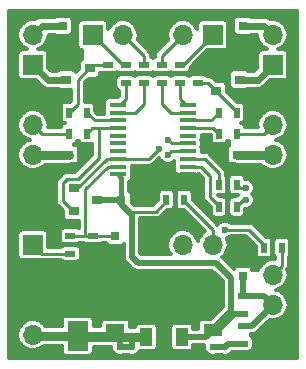
<source format=gbr>
G04 #@! TF.GenerationSoftware,KiCad,Pcbnew,(5.0.0)*
G04 #@! TF.CreationDate,2018-08-22T14:54:55+02:00*
G04 #@! TF.ProjectId,msp430_servo,6D73703433305F736572766F2E6B6963,rev?*
G04 #@! TF.SameCoordinates,Original*
G04 #@! TF.FileFunction,Copper,L2,Bot,Signal*
G04 #@! TF.FilePolarity,Positive*
%FSLAX46Y46*%
G04 Gerber Fmt 4.6, Leading zero omitted, Abs format (unit mm)*
G04 Created by KiCad (PCBNEW (5.0.0)) date 08/22/18 14:54:55*
%MOMM*%
%LPD*%
G01*
G04 APERTURE LIST*
G04 #@! TA.AperFunction,SMDPad,CuDef*
%ADD10R,1.600000X1.000000*%
G04 #@! TD*
G04 #@! TA.AperFunction,SMDPad,CuDef*
%ADD11R,0.800000X0.750000*%
G04 #@! TD*
G04 #@! TA.AperFunction,SMDPad,CuDef*
%ADD12R,0.750000X0.800000*%
G04 #@! TD*
G04 #@! TA.AperFunction,SMDPad,CuDef*
%ADD13R,1.800000X2.500000*%
G04 #@! TD*
G04 #@! TA.AperFunction,SMDPad,CuDef*
%ADD14R,1.450000X0.450000*%
G04 #@! TD*
G04 #@! TA.AperFunction,SMDPad,CuDef*
%ADD15C,0.850000*%
G04 #@! TD*
G04 #@! TA.AperFunction,Conductor*
%ADD16C,0.100000*%
G04 #@! TD*
G04 #@! TA.AperFunction,SMDPad,CuDef*
%ADD17R,1.000000X1.500000*%
G04 #@! TD*
G04 #@! TA.AperFunction,SMDPad,CuDef*
%ADD18R,1.000000X1.800000*%
G04 #@! TD*
G04 #@! TA.AperFunction,SMDPad,CuDef*
%ADD19R,2.200000X1.840000*%
G04 #@! TD*
G04 #@! TA.AperFunction,SMDPad,CuDef*
%ADD20C,1.000000*%
G04 #@! TD*
G04 #@! TA.AperFunction,ComponentPad*
%ADD21R,1.700000X1.700000*%
G04 #@! TD*
G04 #@! TA.AperFunction,ComponentPad*
%ADD22O,1.700000X1.700000*%
G04 #@! TD*
G04 #@! TA.AperFunction,SMDPad,CuDef*
%ADD23R,0.900000X0.800000*%
G04 #@! TD*
G04 #@! TA.AperFunction,SMDPad,CuDef*
%ADD24R,0.900000X0.500000*%
G04 #@! TD*
G04 #@! TA.AperFunction,SMDPad,CuDef*
%ADD25R,0.500000X0.900000*%
G04 #@! TD*
G04 #@! TA.AperFunction,ViaPad*
%ADD26C,0.600000*%
G04 #@! TD*
G04 #@! TA.AperFunction,Conductor*
%ADD27C,0.500000*%
G04 #@! TD*
G04 #@! TA.AperFunction,Conductor*
%ADD28C,0.800000*%
G04 #@! TD*
G04 #@! TA.AperFunction,Conductor*
%ADD29C,0.600000*%
G04 #@! TD*
G04 #@! TA.AperFunction,Conductor*
%ADD30C,0.250000*%
G04 #@! TD*
G04 #@! TA.AperFunction,Conductor*
%ADD31C,0.400000*%
G04 #@! TD*
G04 #@! TA.AperFunction,Conductor*
%ADD32C,0.300000*%
G04 #@! TD*
G04 APERTURE END LIST*
D10*
G04 #@! TO.P,C1,1*
G04 #@! TO.N,+5V*
X146685000Y-118975000D03*
G04 #@! TO.P,C1,2*
G04 #@! TO.N,GND*
X146685000Y-115975000D03*
G04 #@! TD*
D11*
G04 #@! TO.P,C2,2*
G04 #@! TO.N,GND*
X144260000Y-104140000D03*
G04 #@! TO.P,C2,1*
G04 #@! TO.N,+5V*
X142760000Y-104140000D03*
G04 #@! TD*
G04 #@! TO.P,C3,2*
G04 #@! TO.N,GND*
X155460000Y-104140000D03*
G04 #@! TO.P,C3,1*
G04 #@! TO.N,+5V*
X156960000Y-104140000D03*
G04 #@! TD*
D12*
G04 #@! TO.P,C4,2*
G04 #@! TO.N,GND*
X142240000Y-94730000D03*
G04 #@! TO.P,C4,1*
G04 #@! TO.N,+5V*
X142240000Y-93230000D03*
G04 #@! TD*
G04 #@! TO.P,C5,2*
G04 #@! TO.N,GND*
X157480000Y-94730000D03*
G04 #@! TO.P,C5,1*
G04 #@! TO.N,+5V*
X157480000Y-93230000D03*
G04 #@! TD*
D10*
G04 #@! TO.P,C6,1*
G04 #@! TO.N,+3V3*
X154940000Y-118975000D03*
G04 #@! TO.P,C6,2*
G04 #@! TO.N,GND*
X154940000Y-115975000D03*
G04 #@! TD*
D11*
G04 #@! TO.P,C7,2*
G04 #@! TO.N,GND*
X148705000Y-107950000D03*
G04 #@! TO.P,C7,1*
G04 #@! TO.N,+3V3*
X147205000Y-107950000D03*
G04 #@! TD*
D12*
G04 #@! TO.P,C8,2*
G04 #@! TO.N,GND*
X157480000Y-112915000D03*
G04 #@! TO.P,C8,1*
G04 #@! TO.N,Net-(C8-Pad1)*
X157480000Y-114415000D03*
G04 #@! TD*
D13*
G04 #@! TO.P,D1,1*
G04 #@! TO.N,+5V*
X143510000Y-119475000D03*
G04 #@! TO.P,D1,2*
G04 #@! TO.N,GND*
X143510000Y-115475000D03*
G04 #@! TD*
D14*
G04 #@! TO.P,IC1,1*
G04 #@! TO.N,+3V3*
X146910000Y-105795000D03*
G04 #@! TO.P,IC1,2*
G04 #@! TO.N,Net-(C9-Pad1)*
X146910000Y-105145000D03*
G04 #@! TO.P,IC1,3*
G04 #@! TO.N,Net-(D2-Pad2)*
X146910000Y-104495000D03*
G04 #@! TO.P,IC1,4*
G04 #@! TO.N,N/C*
X146910000Y-103845000D03*
G04 #@! TO.P,IC1,5*
X146910000Y-103195000D03*
G04 #@! TO.P,IC1,6*
X146910000Y-102545000D03*
G04 #@! TO.P,IC1,7*
G04 #@! TO.N,Net-(D2-Pad1)*
X146910000Y-101895000D03*
G04 #@! TO.P,IC1,8*
G04 #@! TO.N,Net-(IC1-Pad8)*
X146910000Y-101245000D03*
G04 #@! TO.P,IC1,9*
G04 #@! TO.N,Net-(IC1-Pad9)*
X146910000Y-100595000D03*
G04 #@! TO.P,IC1,10*
G04 #@! TO.N,Net-(IC1-Pad10)*
X146910000Y-99945000D03*
G04 #@! TO.P,IC1,11*
G04 #@! TO.N,Net-(IC1-Pad11)*
X152810000Y-99945000D03*
G04 #@! TO.P,IC1,12*
G04 #@! TO.N,Net-(IC1-Pad12)*
X152810000Y-100595000D03*
G04 #@! TO.P,IC1,13*
G04 #@! TO.N,Net-(IC1-Pad13)*
X152810000Y-101245000D03*
G04 #@! TO.P,IC1,14*
G04 #@! TO.N,Net-(IC1-Pad14)*
X152810000Y-101895000D03*
G04 #@! TO.P,IC1,15*
G04 #@! TO.N,N/C*
X152810000Y-102545000D03*
G04 #@! TO.P,IC1,16*
G04 #@! TO.N,Net-(IC1-Pad16)*
X152810000Y-103195000D03*
G04 #@! TO.P,IC1,17*
G04 #@! TO.N,Net-(IC1-Pad17)*
X152810000Y-103845000D03*
G04 #@! TO.P,IC1,18*
G04 #@! TO.N,Net-(IC1-Pad18)*
X152810000Y-104495000D03*
G04 #@! TO.P,IC1,19*
G04 #@! TO.N,Net-(IC1-Pad19)*
X152810000Y-105145000D03*
G04 #@! TO.P,IC1,20*
G04 #@! TO.N,GND*
X152810000Y-105795000D03*
G04 #@! TD*
D15*
G04 #@! TO.P,IC2,2*
G04 #@! TO.N,GND*
X150812500Y-115443000D03*
D16*
G04 #@! TD*
G04 #@! TO.N,GND*
G04 #@! TO.C,IC2*
G36*
X151312500Y-115018000D02*
X151912500Y-115868000D01*
X149712500Y-115868000D01*
X150312500Y-115018000D01*
X151312500Y-115018000D01*
X151312500Y-115018000D01*
G37*
D17*
G04 #@! TO.P,IC2,1*
G04 #@! TO.N,+3V3*
X152312500Y-119590000D03*
D18*
G04 #@! TO.P,IC2,2*
G04 #@! TO.N,GND*
X150812500Y-119443500D03*
D17*
G04 #@! TO.P,IC2,3*
G04 #@! TO.N,+5V*
X149312500Y-119590000D03*
D19*
G04 #@! TO.P,IC2,2*
G04 #@! TO.N,GND*
X150812500Y-116776500D03*
D20*
X150812500Y-118186200D03*
D16*
G04 #@! TD*
G04 #@! TO.N,GND*
G04 #@! TO.C,IC2*
G36*
X150412500Y-118686200D02*
X149712500Y-117686200D01*
X151912500Y-117686200D01*
X151212500Y-118686200D01*
X150412500Y-118686200D01*
X150412500Y-118686200D01*
G37*
D21*
G04 #@! TO.P,P1,1*
G04 #@! TO.N,GND*
X139700000Y-116840000D03*
D22*
G04 #@! TO.P,P1,2*
G04 #@! TO.N,+5V*
X139700000Y-119380000D03*
G04 #@! TD*
D21*
G04 #@! TO.P,P2,1*
G04 #@! TO.N,Net-(P2-Pad1)*
X139700000Y-111760000D03*
G04 #@! TD*
G04 #@! TO.P,P3,1*
G04 #@! TO.N,GND*
X160020000Y-119380000D03*
D22*
G04 #@! TO.P,P3,2*
G04 #@! TO.N,Net-(C8-Pad1)*
X160020000Y-116840000D03*
G04 #@! TO.P,P3,3*
G04 #@! TO.N,Net-(P3-Pad3)*
X160020000Y-114300000D03*
G04 #@! TD*
D21*
G04 #@! TO.P,P4,1*
G04 #@! TO.N,GND*
X139700000Y-106680000D03*
D22*
G04 #@! TO.P,P4,2*
G04 #@! TO.N,+5V*
X139700000Y-104140000D03*
G04 #@! TO.P,P4,3*
G04 #@! TO.N,Net-(P4-Pad3)*
X139700000Y-101600000D03*
G04 #@! TD*
D21*
G04 #@! TO.P,P5,1*
G04 #@! TO.N,Net-(P5-Pad1)*
X139700000Y-96520000D03*
D22*
G04 #@! TO.P,P5,2*
G04 #@! TO.N,+5V*
X139700000Y-93980000D03*
G04 #@! TD*
D21*
G04 #@! TO.P,P6,1*
G04 #@! TO.N,Net-(P6-Pad1)*
X144780000Y-93980000D03*
D22*
G04 #@! TO.P,P6,2*
G04 #@! TO.N,Net-(P6-Pad2)*
X147320000Y-93980000D03*
G04 #@! TD*
D21*
G04 #@! TO.P,P7,1*
G04 #@! TO.N,Net-(P7-Pad1)*
X154940000Y-93980000D03*
D22*
G04 #@! TO.P,P7,2*
G04 #@! TO.N,Net-(P7-Pad2)*
X152400000Y-93980000D03*
G04 #@! TD*
D21*
G04 #@! TO.P,P8,1*
G04 #@! TO.N,Net-(P8-Pad1)*
X160020000Y-96520000D03*
D22*
G04 #@! TO.P,P8,2*
G04 #@! TO.N,+5V*
X160020000Y-93980000D03*
G04 #@! TD*
D21*
G04 #@! TO.P,P9,1*
G04 #@! TO.N,GND*
X160020000Y-106680000D03*
D22*
G04 #@! TO.P,P9,2*
G04 #@! TO.N,+5V*
X160020000Y-104140000D03*
G04 #@! TO.P,P9,3*
G04 #@! TO.N,Net-(P9-Pad3)*
X160020000Y-101600000D03*
G04 #@! TD*
D21*
G04 #@! TO.P,P10,1*
G04 #@! TO.N,GND*
X149860000Y-111760000D03*
D22*
G04 #@! TO.P,P10,2*
G04 #@! TO.N,Net-(IC1-Pad17)*
X152400000Y-111760000D03*
G04 #@! TO.P,P10,3*
G04 #@! TO.N,Net-(IC1-Pad16)*
X154940000Y-111760000D03*
G04 #@! TD*
D23*
G04 #@! TO.P,Q1,1*
G04 #@! TO.N,Net-(Q1-Pad1)*
X144510000Y-96840000D03*
G04 #@! TO.P,Q1,2*
G04 #@! TO.N,GND*
X144510000Y-98740000D03*
G04 #@! TO.P,Q1,3*
G04 #@! TO.N,Net-(P5-Pad1)*
X142510000Y-97790000D03*
G04 #@! TD*
G04 #@! TO.P,Q2,1*
G04 #@! TO.N,Net-(Q2-Pad1)*
X155210000Y-98740000D03*
G04 #@! TO.P,Q2,2*
G04 #@! TO.N,GND*
X155210000Y-96840000D03*
G04 #@! TO.P,Q2,3*
G04 #@! TO.N,Net-(P8-Pad1)*
X157210000Y-97790000D03*
G04 #@! TD*
D24*
G04 #@! TO.P,R1,1*
G04 #@! TO.N,GND*
X146050000Y-98032000D03*
G04 #@! TO.P,R1,2*
G04 #@! TO.N,Net-(Q1-Pad1)*
X146050000Y-96532000D03*
G04 #@! TD*
D25*
G04 #@! TO.P,R2,1*
G04 #@! TO.N,Net-(Q1-Pad1)*
X142760000Y-100584000D03*
G04 #@! TO.P,R2,2*
G04 #@! TO.N,Net-(IC1-Pad8)*
X144260000Y-100584000D03*
G04 #@! TD*
D24*
G04 #@! TO.P,R3,1*
G04 #@! TO.N,Net-(C9-Pad1)*
X142875000Y-111010000D03*
G04 #@! TO.P,R3,2*
G04 #@! TO.N,Net-(P2-Pad1)*
X142875000Y-112510000D03*
G04 #@! TD*
G04 #@! TO.P,R4,1*
G04 #@! TO.N,GND*
X144780000Y-112510000D03*
G04 #@! TO.P,R4,2*
G04 #@! TO.N,Net-(C9-Pad1)*
X144780000Y-111010000D03*
G04 #@! TD*
D25*
G04 #@! TO.P,R5,1*
G04 #@! TO.N,Net-(D2-Pad2)*
X159270000Y-112014000D03*
G04 #@! TO.P,R5,2*
G04 #@! TO.N,Net-(P3-Pad3)*
X160770000Y-112014000D03*
G04 #@! TD*
G04 #@! TO.P,R6,1*
G04 #@! TO.N,Net-(D2-Pad1)*
X144260000Y-102362000D03*
G04 #@! TO.P,R6,2*
G04 #@! TO.N,Net-(P4-Pad3)*
X142760000Y-102362000D03*
G04 #@! TD*
D24*
G04 #@! TO.P,R7,1*
G04 #@! TO.N,Net-(IC1-Pad9)*
X149098000Y-98032000D03*
G04 #@! TO.P,R7,2*
G04 #@! TO.N,Net-(P6-Pad2)*
X149098000Y-96532000D03*
G04 #@! TD*
G04 #@! TO.P,R8,1*
G04 #@! TO.N,Net-(IC1-Pad10)*
X147574000Y-98032000D03*
G04 #@! TO.P,R8,2*
G04 #@! TO.N,Net-(P6-Pad1)*
X147574000Y-96532000D03*
G04 #@! TD*
D25*
G04 #@! TO.P,R9,1*
G04 #@! TO.N,Net-(P9-Pad3)*
X156960000Y-102362000D03*
G04 #@! TO.P,R9,2*
G04 #@! TO.N,Net-(IC1-Pad14)*
X155460000Y-102362000D03*
G04 #@! TD*
D24*
G04 #@! TO.P,R10,1*
G04 #@! TO.N,Net-(P7-Pad2)*
X150622000Y-96532000D03*
G04 #@! TO.P,R10,2*
G04 #@! TO.N,Net-(IC1-Pad12)*
X150622000Y-98032000D03*
G04 #@! TD*
G04 #@! TO.P,R11,1*
G04 #@! TO.N,Net-(P7-Pad1)*
X152146000Y-96532000D03*
G04 #@! TO.P,R11,2*
G04 #@! TO.N,Net-(IC1-Pad11)*
X152146000Y-98032000D03*
G04 #@! TD*
D25*
G04 #@! TO.P,R12,1*
G04 #@! TO.N,+3V3*
X151015000Y-107950000D03*
G04 #@! TO.P,R12,2*
G04 #@! TO.N,Net-(IC1-Pad16)*
X152515000Y-107950000D03*
G04 #@! TD*
G04 #@! TO.P,R13,1*
G04 #@! TO.N,Net-(Q2-Pad1)*
X156960000Y-100584000D03*
G04 #@! TO.P,R13,2*
G04 #@! TO.N,Net-(IC1-Pad13)*
X155460000Y-100584000D03*
G04 #@! TD*
G04 #@! TO.P,R14,1*
G04 #@! TO.N,Net-(LED1-Pad2)*
X156960000Y-106680000D03*
G04 #@! TO.P,R14,2*
G04 #@! TO.N,Net-(IC1-Pad18)*
X155460000Y-106680000D03*
G04 #@! TD*
D24*
G04 #@! TO.P,R15,1*
G04 #@! TO.N,GND*
X153670000Y-96532000D03*
G04 #@! TO.P,R15,2*
G04 #@! TO.N,Net-(Q2-Pad1)*
X153670000Y-98032000D03*
G04 #@! TD*
D25*
G04 #@! TO.P,R16,1*
G04 #@! TO.N,Net-(IC1-Pad19)*
X155460000Y-108585000D03*
G04 #@! TO.P,R16,2*
G04 #@! TO.N,Net-(LED2-Pad2)*
X156960000Y-108585000D03*
G04 #@! TD*
D12*
G04 #@! TO.P,C9,2*
G04 #@! TO.N,GND*
X146685000Y-112510000D03*
G04 #@! TO.P,C9,1*
G04 #@! TO.N,Net-(C9-Pad1)*
X146685000Y-111010000D03*
G04 #@! TD*
D23*
G04 #@! TO.P,D2,1*
G04 #@! TO.N,Net-(D2-Pad1)*
X143145000Y-108900000D03*
G04 #@! TO.P,D2,2*
G04 #@! TO.N,Net-(D2-Pad2)*
X143145000Y-107000000D03*
G04 #@! TO.P,D2,3*
G04 #@! TO.N,+3V3*
X145145000Y-107950000D03*
G04 #@! TD*
D24*
G04 #@! TO.P,R17,1*
G04 #@! TO.N,Net-(C8-Pad1)*
X157480000Y-116090000D03*
G04 #@! TO.P,R17,2*
G04 #@! TO.N,+3V3*
X157480000Y-117590000D03*
G04 #@! TD*
G04 #@! TO.P,R18,1*
G04 #@! TO.N,Net-(C8-Pad1)*
X157480000Y-118630000D03*
G04 #@! TO.P,R18,2*
G04 #@! TO.N,+5V*
X157480000Y-120130000D03*
G04 #@! TD*
D26*
G04 #@! TO.N,+5V*
X148082000Y-120396000D03*
X147066000Y-120396000D03*
X155956000Y-120396000D03*
X154940000Y-120396000D03*
G04 #@! TO.N,GND*
X142748000Y-105410000D03*
X159512000Y-99060000D03*
X156972000Y-99060000D03*
X156972000Y-96520000D03*
X142748000Y-96520000D03*
X142748000Y-99060000D03*
X145288000Y-100076000D03*
X145796000Y-99060000D03*
X152908000Y-117856000D03*
X152908000Y-116586000D03*
X148590000Y-117856000D03*
X148590000Y-116586000D03*
X154432000Y-114554000D03*
X153416000Y-114554000D03*
X152400000Y-114554000D03*
X149352000Y-114554000D03*
X148336000Y-114554000D03*
X147320000Y-114554000D03*
X146050000Y-114554000D03*
X157226000Y-111760000D03*
X148590000Y-106680000D03*
X149606000Y-105664000D03*
X151130000Y-106426000D03*
X154178000Y-103124000D03*
G04 #@! TO.N,Net-(IC1-Pad16)*
X151130000Y-102870000D03*
G04 #@! TO.N,Net-(IC1-Pad17)*
X151130000Y-104140000D03*
G04 #@! TO.N,Net-(D2-Pad2)*
X155956000Y-110490000D03*
X150368000Y-103632000D03*
G04 #@! TO.N,Net-(LED1-Pad2)*
X157734000Y-106934000D03*
G04 #@! TO.N,Net-(LED2-Pad2)*
X157734000Y-107950000D03*
G04 #@! TD*
D27*
G04 #@! TO.N,+5V*
X148082000Y-120396000D02*
X148082000Y-119590000D01*
X148082000Y-119590000D02*
X149312500Y-119590000D01*
X147066000Y-120396000D02*
X147066000Y-119356000D01*
X147066000Y-119356000D02*
X146685000Y-118975000D01*
X148082000Y-120396000D02*
X147066000Y-120396000D01*
X157480000Y-120130000D02*
X156222000Y-120130000D01*
X156222000Y-120130000D02*
X155956000Y-120396000D01*
X154940000Y-120396000D02*
X155956000Y-120396000D01*
D28*
X143510000Y-119475000D02*
X139795000Y-119475000D01*
X139795000Y-119475000D02*
X139700000Y-119380000D01*
X146685000Y-118975000D02*
X146685000Y-119590000D01*
X146685000Y-119590000D02*
X146570000Y-119475000D01*
X146570000Y-119475000D02*
X143510000Y-119475000D01*
X149312500Y-119590000D02*
X143625000Y-119590000D01*
X143625000Y-119590000D02*
X143510000Y-119475000D01*
X142760000Y-104140000D02*
X139700000Y-104140000D01*
X156960000Y-104140000D02*
X160020000Y-104140000D01*
X143645000Y-119610000D02*
X143510000Y-119475000D01*
D29*
X142240000Y-93230000D02*
X140450000Y-93230000D01*
X140450000Y-93230000D02*
X139700000Y-93980000D01*
X157480000Y-93230000D02*
X159270000Y-93230000D01*
X159270000Y-93230000D02*
X160020000Y-93980000D01*
D30*
G04 #@! TO.N,GND*
X144260000Y-104140000D02*
X144260000Y-104406000D01*
X144260000Y-104406000D02*
X143256000Y-105410000D01*
X143256000Y-105410000D02*
X142748000Y-105410000D01*
X155210000Y-96840000D02*
X155210000Y-97044000D01*
X155210000Y-97044000D02*
X156210000Y-98044000D01*
X156210000Y-98044000D02*
X156210000Y-98298000D01*
X156210000Y-98298000D02*
X156972000Y-99060000D01*
X156972000Y-99060000D02*
X159512000Y-99060000D01*
X155210000Y-96840000D02*
X155210000Y-97044000D01*
X155210000Y-97044000D02*
X156210000Y-98044000D01*
X156210000Y-98044000D02*
X156210000Y-98298000D01*
X156210000Y-98298000D02*
X156972000Y-99060000D01*
X157480000Y-94730000D02*
X157480000Y-96012000D01*
X157480000Y-96012000D02*
X156972000Y-96520000D01*
X142240000Y-94730000D02*
X142240000Y-96012000D01*
X142240000Y-96012000D02*
X142748000Y-96520000D01*
X144510000Y-98740000D02*
X144510000Y-99298000D01*
X144510000Y-99298000D02*
X145288000Y-100076000D01*
X150812500Y-116776500D02*
X151828500Y-116776500D01*
X151828500Y-116776500D02*
X152908000Y-117856000D01*
X146685000Y-115975000D02*
X146709000Y-115975000D01*
X146709000Y-115975000D02*
X148590000Y-117856000D01*
X154940000Y-115975000D02*
X154940000Y-115062000D01*
X154940000Y-115062000D02*
X154432000Y-114554000D01*
X153416000Y-114554000D02*
X152400000Y-114554000D01*
X149352000Y-114554000D02*
X148336000Y-114554000D01*
X147320000Y-114554000D02*
X146050000Y-114554000D01*
X157480000Y-112915000D02*
X157480000Y-112014000D01*
X157480000Y-112014000D02*
X157226000Y-111760000D01*
X152810000Y-105795000D02*
X150745000Y-105795000D01*
X150745000Y-105795000D02*
X149860000Y-106680000D01*
X149860000Y-106680000D02*
X148590000Y-106680000D01*
X149606000Y-105664000D02*
X150368000Y-106426000D01*
X150368000Y-106426000D02*
X151130000Y-106426000D01*
X155460000Y-104140000D02*
X155194000Y-104140000D01*
X155194000Y-104140000D02*
X154178000Y-103124000D01*
D27*
G04 #@! TO.N,+3V3*
X154940000Y-118975000D02*
X154940000Y-118872000D01*
X154940000Y-118872000D02*
X156464000Y-117348000D01*
X156464000Y-117348000D02*
X156464000Y-114554000D01*
X156464000Y-114554000D02*
X155194000Y-113284000D01*
X155194000Y-113284000D02*
X148590000Y-113284000D01*
X148590000Y-113284000D02*
X148082000Y-112776000D01*
X148082000Y-112776000D02*
X148082000Y-109220000D01*
X148082000Y-109220000D02*
X147205000Y-108343000D01*
X147205000Y-108343000D02*
X147205000Y-107950000D01*
X145145000Y-107950000D02*
X147205000Y-107950000D01*
X152312500Y-119590000D02*
X154325000Y-119590000D01*
X154325000Y-119590000D02*
X154940000Y-118975000D01*
X157480000Y-117590000D02*
X156730000Y-117590000D01*
X156730000Y-117590000D02*
X155345000Y-118975000D01*
X155345000Y-118975000D02*
X154940000Y-118975000D01*
D30*
X148336000Y-108966000D02*
X147828000Y-108966000D01*
X147828000Y-108966000D02*
X147205000Y-107950000D01*
X150114000Y-108966000D02*
X148336000Y-108966000D01*
X148336000Y-108966000D02*
X148221000Y-108966000D01*
X150114000Y-108966000D02*
X151015000Y-108065000D01*
D31*
X147205000Y-107950000D02*
X147205000Y-106090000D01*
X147205000Y-106090000D02*
X146910000Y-105795000D01*
D30*
X151015000Y-107950000D02*
X151015000Y-108065000D01*
G04 #@! TO.N,Net-(IC1-Pad8)*
X146910000Y-101245000D02*
X144921000Y-101245000D01*
X144921000Y-101245000D02*
X144260000Y-100584000D01*
G04 #@! TO.N,Net-(IC1-Pad9)*
X146910000Y-100595000D02*
X148325000Y-100595000D01*
X149098000Y-99822000D02*
X149098000Y-98032000D01*
X148325000Y-100595000D02*
X149098000Y-99822000D01*
G04 #@! TO.N,Net-(IC1-Pad10)*
X147574000Y-98032000D02*
X147574000Y-99441000D01*
X147574000Y-99441000D02*
X147070000Y-99945000D01*
X147070000Y-99945000D02*
X146910000Y-99945000D01*
G04 #@! TO.N,Net-(IC1-Pad11)*
X152146000Y-98032000D02*
X152146000Y-99441000D01*
X152146000Y-99441000D02*
X152650000Y-99945000D01*
X152650000Y-99945000D02*
X152810000Y-99945000D01*
G04 #@! TO.N,Net-(IC1-Pad12)*
X152810000Y-100595000D02*
X151395000Y-100595000D01*
X150622000Y-99822000D02*
X150622000Y-98032000D01*
X151395000Y-100595000D02*
X150622000Y-99822000D01*
G04 #@! TO.N,Net-(IC1-Pad13)*
X152810000Y-101245000D02*
X154799000Y-101245000D01*
X154799000Y-101245000D02*
X155460000Y-100584000D01*
G04 #@! TO.N,Net-(IC1-Pad14)*
X152810000Y-101895000D02*
X154993000Y-101895000D01*
X154993000Y-101895000D02*
X155460000Y-102362000D01*
G04 #@! TO.N,Net-(IC1-Pad16)*
X152810000Y-103195000D02*
X151455000Y-103195000D01*
X151455000Y-103195000D02*
X151130000Y-102870000D01*
X152515000Y-107950000D02*
X152515000Y-108065000D01*
X152515000Y-108065000D02*
X154940000Y-110490000D01*
X154940000Y-110490000D02*
X154940000Y-111760000D01*
G04 #@! TO.N,Net-(IC1-Pad17)*
X152810000Y-103845000D02*
X151425000Y-103845000D01*
X151425000Y-103845000D02*
X151130000Y-104140000D01*
G04 #@! TO.N,Net-(IC1-Pad19)*
X152810000Y-105145000D02*
X153913000Y-105145000D01*
X153913000Y-105145000D02*
X154686000Y-105918000D01*
X154686000Y-105918000D02*
X154686000Y-107696000D01*
X154686000Y-107696000D02*
X155460000Y-108470000D01*
X155460000Y-108470000D02*
X155460000Y-108585000D01*
G04 #@! TO.N,Net-(P2-Pad1)*
X142875000Y-112510000D02*
X140450000Y-112510000D01*
X140450000Y-112510000D02*
X139700000Y-111760000D01*
G04 #@! TO.N,Net-(P3-Pad3)*
X160020000Y-114300000D02*
X160782000Y-113538000D01*
X160782000Y-113538000D02*
X160782000Y-112026000D01*
X160782000Y-112026000D02*
X160770000Y-112014000D01*
G04 #@! TO.N,Net-(P4-Pad3)*
X142760000Y-102362000D02*
X140462000Y-102362000D01*
X140462000Y-102362000D02*
X139700000Y-101600000D01*
D29*
G04 #@! TO.N,Net-(P5-Pad1)*
X142510000Y-97790000D02*
X140970000Y-97790000D01*
X140970000Y-97790000D02*
X139700000Y-96520000D01*
D30*
G04 #@! TO.N,Net-(P6-Pad1)*
X147574000Y-96532000D02*
X147332000Y-96532000D01*
X147332000Y-96532000D02*
X144780000Y-93980000D01*
G04 #@! TO.N,Net-(P6-Pad2)*
X149098000Y-96532000D02*
X149098000Y-95758000D01*
X149098000Y-95758000D02*
X147320000Y-93980000D01*
G04 #@! TO.N,Net-(P7-Pad1)*
X152388000Y-96532000D02*
X154940000Y-93980000D01*
X152146000Y-96532000D02*
X152388000Y-96532000D01*
G04 #@! TO.N,Net-(P7-Pad2)*
X150622000Y-96532000D02*
X150622000Y-95758000D01*
X150622000Y-95758000D02*
X152400000Y-93980000D01*
D29*
G04 #@! TO.N,Net-(P8-Pad1)*
X157210000Y-97790000D02*
X158750000Y-97790000D01*
X158750000Y-97790000D02*
X160020000Y-96520000D01*
D30*
G04 #@! TO.N,Net-(P9-Pad3)*
X156960000Y-102362000D02*
X159258000Y-102362000D01*
X159258000Y-102362000D02*
X160020000Y-101600000D01*
G04 #@! TO.N,Net-(Q1-Pad1)*
X144460000Y-96840000D02*
X143510000Y-97790000D01*
X143510000Y-99834000D02*
X142760000Y-100584000D01*
X143510000Y-97790000D02*
X143510000Y-99834000D01*
X146050000Y-96532000D02*
X144818000Y-96532000D01*
X144818000Y-96532000D02*
X144510000Y-96840000D01*
X144510000Y-96840000D02*
X144460000Y-96840000D01*
G04 #@! TO.N,Net-(Q2-Pad1)*
X156960000Y-100584000D02*
X156960000Y-100490000D01*
X156960000Y-100490000D02*
X155210000Y-98740000D01*
X155210000Y-98740000D02*
X155255000Y-98740000D01*
X156960000Y-100445000D02*
X156960000Y-100584000D01*
X153670000Y-98032000D02*
X154502000Y-98032000D01*
X154502000Y-98032000D02*
X155210000Y-98740000D01*
D27*
G04 #@! TO.N,Net-(C8-Pad1)*
X157480000Y-114415000D02*
X157480000Y-116090000D01*
X157480000Y-118630000D02*
X158230000Y-118630000D01*
X158230000Y-118630000D02*
X160020000Y-116840000D01*
X157480000Y-116090000D02*
X159270000Y-116090000D01*
X159270000Y-116090000D02*
X160020000Y-116840000D01*
D30*
G04 #@! TO.N,Net-(C9-Pad1)*
X146910000Y-105145000D02*
X146061000Y-105145000D01*
X146061000Y-105145000D02*
X144145000Y-107061000D01*
X144145000Y-107061000D02*
X144145000Y-111010000D01*
X144145000Y-111010000D02*
X144145000Y-110998000D01*
X144145000Y-110998000D02*
X144145000Y-111010000D01*
X145415000Y-111010000D02*
X145427000Y-110998000D01*
X145427000Y-110998000D02*
X145542000Y-110998000D01*
X145542000Y-110998000D02*
X145542000Y-111010000D01*
X144780000Y-111010000D02*
X145542000Y-111010000D01*
X145542000Y-111010000D02*
X146685000Y-111010000D01*
X144780000Y-111010000D02*
X144145000Y-111010000D01*
X144145000Y-111010000D02*
X142875000Y-111010000D01*
G04 #@! TO.N,Net-(D2-Pad1)*
X143145000Y-108900000D02*
X143063000Y-108900000D01*
X143063000Y-108900000D02*
X142240000Y-108077000D01*
X142240000Y-108077000D02*
X142240000Y-106553000D01*
X142240000Y-106553000D02*
X142621000Y-106172000D01*
X142621000Y-106172000D02*
X143510000Y-106172000D01*
X143510000Y-106172000D02*
X145288000Y-104394000D01*
X145288000Y-104394000D02*
X145288000Y-101895000D01*
X143145000Y-108900000D02*
X143195000Y-108900000D01*
X146910000Y-101895000D02*
X145542000Y-101895000D01*
X145542000Y-101895000D02*
X145288000Y-101895000D01*
X144260000Y-102628000D02*
X144260000Y-102362000D01*
X146910000Y-101895000D02*
X145288000Y-101895000D01*
X145288000Y-101895000D02*
X144727000Y-101895000D01*
X144727000Y-101895000D02*
X144260000Y-102362000D01*
G04 #@! TO.N,Net-(D2-Pad2)*
X159270000Y-112014000D02*
X159270000Y-111772000D01*
X159270000Y-111772000D02*
X157988000Y-110490000D01*
X157988000Y-110490000D02*
X155956000Y-110490000D01*
X150368000Y-103632000D02*
X149505000Y-104495000D01*
X149505000Y-104495000D02*
X146910000Y-104495000D01*
X146910000Y-104495000D02*
X145949000Y-104495000D01*
X145949000Y-104495000D02*
X143444000Y-107000000D01*
X143444000Y-107000000D02*
X143145000Y-107000000D01*
G04 #@! TO.N,Net-(IC1-Pad18)*
X152810000Y-104495000D02*
X154279000Y-104495000D01*
X154279000Y-104495000D02*
X155460000Y-105676000D01*
X155460000Y-105676000D02*
X155460000Y-106680000D01*
G04 #@! TO.N,Net-(LED1-Pad2)*
X156960000Y-106680000D02*
X156972000Y-106680000D01*
X156972000Y-106680000D02*
X157226000Y-106934000D01*
X157226000Y-106934000D02*
X157734000Y-106934000D01*
G04 #@! TO.N,Net-(LED2-Pad2)*
X156960000Y-108585000D02*
X156960000Y-108470000D01*
X156960000Y-108470000D02*
X157480000Y-107950000D01*
X157480000Y-107950000D02*
X157734000Y-107950000D01*
G04 #@! TD*
D32*
G04 #@! TO.N,GND*
G36*
X162035001Y-96468290D02*
X162035000Y-96468295D01*
X162035001Y-121395000D01*
X137685000Y-121395000D01*
X137685000Y-119380000D01*
X138374532Y-119380000D01*
X138475427Y-119887235D01*
X138762753Y-120317247D01*
X139192765Y-120604573D01*
X139571963Y-120680000D01*
X139828037Y-120680000D01*
X140207235Y-120604573D01*
X140625644Y-120325000D01*
X142151184Y-120325000D01*
X142151184Y-120725000D01*
X142186109Y-120900581D01*
X142285568Y-121049432D01*
X142434419Y-121148891D01*
X142610000Y-121183816D01*
X144410000Y-121183816D01*
X144585581Y-121148891D01*
X144734432Y-121049432D01*
X144833891Y-120900581D01*
X144868816Y-120725000D01*
X144868816Y-120440000D01*
X146316000Y-120440000D01*
X146316000Y-120545184D01*
X146430181Y-120820841D01*
X146641159Y-121031819D01*
X146916816Y-121146000D01*
X147215184Y-121146000D01*
X147335895Y-121096000D01*
X147812105Y-121096000D01*
X147932816Y-121146000D01*
X148231184Y-121146000D01*
X148506841Y-121031819D01*
X148717819Y-120820841D01*
X148733455Y-120783093D01*
X148812500Y-120798816D01*
X149812500Y-120798816D01*
X149988081Y-120763891D01*
X150136932Y-120664432D01*
X150236391Y-120515581D01*
X150271316Y-120340000D01*
X150271316Y-118840000D01*
X150236391Y-118664419D01*
X150136932Y-118515568D01*
X149988081Y-118416109D01*
X149812500Y-118381184D01*
X148812500Y-118381184D01*
X148636919Y-118416109D01*
X148488068Y-118515568D01*
X148388609Y-118664419D01*
X148373575Y-118740000D01*
X147943816Y-118740000D01*
X147943816Y-118475000D01*
X147908891Y-118299419D01*
X147809432Y-118150568D01*
X147660581Y-118051109D01*
X147485000Y-118016184D01*
X145885000Y-118016184D01*
X145709419Y-118051109D01*
X145560568Y-118150568D01*
X145461109Y-118299419D01*
X145426184Y-118475000D01*
X145426184Y-118625000D01*
X144868816Y-118625000D01*
X144868816Y-118225000D01*
X144833891Y-118049419D01*
X144734432Y-117900568D01*
X144585581Y-117801109D01*
X144410000Y-117766184D01*
X142610000Y-117766184D01*
X142434419Y-117801109D01*
X142285568Y-117900568D01*
X142186109Y-118049419D01*
X142151184Y-118225000D01*
X142151184Y-118625000D01*
X140759021Y-118625000D01*
X140637247Y-118442753D01*
X140207235Y-118155427D01*
X139828037Y-118080000D01*
X139571963Y-118080000D01*
X139192765Y-118155427D01*
X138762753Y-118442753D01*
X138475427Y-118872765D01*
X138374532Y-119380000D01*
X137685000Y-119380000D01*
X137685000Y-110910000D01*
X138391184Y-110910000D01*
X138391184Y-112610000D01*
X138426109Y-112785581D01*
X138525568Y-112934432D01*
X138674419Y-113033891D01*
X138850000Y-113068816D01*
X140312010Y-113068816D01*
X140393372Y-113085000D01*
X140393375Y-113085000D01*
X140449999Y-113096263D01*
X140506623Y-113085000D01*
X142101418Y-113085000D01*
X142249419Y-113183891D01*
X142425000Y-113218816D01*
X143325000Y-113218816D01*
X143500581Y-113183891D01*
X143649432Y-113084432D01*
X143748891Y-112935581D01*
X143783816Y-112760000D01*
X143783816Y-112260000D01*
X143748891Y-112084419D01*
X143649432Y-111935568D01*
X143500581Y-111836109D01*
X143325000Y-111801184D01*
X142425000Y-111801184D01*
X142249419Y-111836109D01*
X142101418Y-111935000D01*
X141008816Y-111935000D01*
X141008816Y-110910000D01*
X140973891Y-110734419D01*
X140874432Y-110585568D01*
X140725581Y-110486109D01*
X140550000Y-110451184D01*
X138850000Y-110451184D01*
X138674419Y-110486109D01*
X138525568Y-110585568D01*
X138426109Y-110734419D01*
X138391184Y-110910000D01*
X137685000Y-110910000D01*
X137685000Y-93980000D01*
X138374532Y-93980000D01*
X138475427Y-94487235D01*
X138762753Y-94917247D01*
X139192765Y-95204573D01*
X139226001Y-95211184D01*
X138850000Y-95211184D01*
X138674419Y-95246109D01*
X138525568Y-95345568D01*
X138426109Y-95494419D01*
X138391184Y-95670000D01*
X138391184Y-97370000D01*
X138426109Y-97545581D01*
X138525568Y-97694432D01*
X138674419Y-97793891D01*
X138850000Y-97828816D01*
X139948156Y-97828816D01*
X140387438Y-98268099D01*
X140429280Y-98330720D01*
X140677365Y-98496484D01*
X140896134Y-98540000D01*
X140969999Y-98554693D01*
X141043864Y-98540000D01*
X141773833Y-98540000D01*
X141884419Y-98613891D01*
X142060000Y-98648816D01*
X142935000Y-98648816D01*
X142935001Y-99595826D01*
X142855643Y-99675184D01*
X142510000Y-99675184D01*
X142334419Y-99710109D01*
X142185568Y-99809568D01*
X142086109Y-99958419D01*
X142051184Y-100134000D01*
X142051184Y-101034000D01*
X142086109Y-101209581D01*
X142185568Y-101358432D01*
X142334419Y-101457891D01*
X142410378Y-101473000D01*
X142334419Y-101488109D01*
X142185568Y-101587568D01*
X142086109Y-101736419D01*
X142076048Y-101787000D01*
X140988272Y-101787000D01*
X141025468Y-101600000D01*
X140924573Y-101092765D01*
X140637247Y-100662753D01*
X140207235Y-100375427D01*
X139828037Y-100300000D01*
X139571963Y-100300000D01*
X139192765Y-100375427D01*
X138762753Y-100662753D01*
X138475427Y-101092765D01*
X138374532Y-101600000D01*
X138475427Y-102107235D01*
X138762753Y-102537247D01*
X139192765Y-102824573D01*
X139421142Y-102870000D01*
X139192765Y-102915427D01*
X138762753Y-103202753D01*
X138475427Y-103632765D01*
X138374532Y-104140000D01*
X138475427Y-104647235D01*
X138762753Y-105077247D01*
X139192765Y-105364573D01*
X139571963Y-105440000D01*
X139828037Y-105440000D01*
X140207235Y-105364573D01*
X140637247Y-105077247D01*
X140695544Y-104990000D01*
X142843715Y-104990000D01*
X142925077Y-104973816D01*
X143160000Y-104973816D01*
X143335581Y-104938891D01*
X143484432Y-104839432D01*
X143583891Y-104690581D01*
X143618816Y-104515000D01*
X143618816Y-104179394D01*
X143626652Y-104140000D01*
X143618816Y-104100606D01*
X143618816Y-103765000D01*
X143583891Y-103589419D01*
X143484432Y-103440568D01*
X143335581Y-103341109D01*
X143160000Y-103306184D01*
X143152000Y-103306184D01*
X143152000Y-103242571D01*
X143185581Y-103235891D01*
X143334432Y-103136432D01*
X143412229Y-103020000D01*
X143607771Y-103020000D01*
X143685568Y-103136432D01*
X143834419Y-103235891D01*
X144010000Y-103270816D01*
X144510000Y-103270816D01*
X144685581Y-103235891D01*
X144713000Y-103217570D01*
X144713000Y-104155827D01*
X143271828Y-105597000D01*
X142677623Y-105597000D01*
X142620999Y-105585737D01*
X142564375Y-105597000D01*
X142564372Y-105597000D01*
X142396646Y-105630363D01*
X142301937Y-105693646D01*
X142206449Y-105757449D01*
X142174373Y-105805455D01*
X141873455Y-106106373D01*
X141825450Y-106138449D01*
X141793374Y-106186454D01*
X141793372Y-106186456D01*
X141698363Y-106328648D01*
X141653737Y-106553000D01*
X141665001Y-106609628D01*
X141665000Y-108020376D01*
X141653737Y-108077000D01*
X141665000Y-108133623D01*
X141665000Y-108133627D01*
X141698363Y-108301353D01*
X141825449Y-108491551D01*
X141873457Y-108523629D01*
X142236184Y-108886356D01*
X142236184Y-109300000D01*
X142271109Y-109475581D01*
X142370568Y-109624432D01*
X142519419Y-109723891D01*
X142695000Y-109758816D01*
X143570001Y-109758816D01*
X143570001Y-110382494D01*
X143500581Y-110336109D01*
X143325000Y-110301184D01*
X142425000Y-110301184D01*
X142249419Y-110336109D01*
X142100568Y-110435568D01*
X142001109Y-110584419D01*
X141966184Y-110760000D01*
X141966184Y-111260000D01*
X142001109Y-111435581D01*
X142100568Y-111584432D01*
X142249419Y-111683891D01*
X142425000Y-111718816D01*
X143325000Y-111718816D01*
X143500581Y-111683891D01*
X143648582Y-111585000D01*
X144006418Y-111585000D01*
X144154419Y-111683891D01*
X144330000Y-111718816D01*
X145230000Y-111718816D01*
X145405581Y-111683891D01*
X145537934Y-111595455D01*
X145542000Y-111596264D01*
X145598628Y-111585000D01*
X145885993Y-111585000D01*
X145886109Y-111585581D01*
X145985568Y-111734432D01*
X146134419Y-111833891D01*
X146310000Y-111868816D01*
X147060000Y-111868816D01*
X147235581Y-111833891D01*
X147382000Y-111736057D01*
X147382000Y-112707065D01*
X147368288Y-112776000D01*
X147382000Y-112844935D01*
X147382000Y-112844939D01*
X147422615Y-113049125D01*
X147577329Y-113280670D01*
X147635773Y-113319722D01*
X148046279Y-113730229D01*
X148085329Y-113788671D01*
X148143771Y-113827721D01*
X148143772Y-113827722D01*
X148243885Y-113894615D01*
X148316874Y-113943385D01*
X148521060Y-113984000D01*
X148521064Y-113984000D01*
X148589999Y-113997712D01*
X148658934Y-113984000D01*
X154904052Y-113984000D01*
X155764001Y-114843950D01*
X155764000Y-117058050D01*
X154805867Y-118016184D01*
X154140000Y-118016184D01*
X153964419Y-118051109D01*
X153815568Y-118150568D01*
X153716109Y-118299419D01*
X153681184Y-118475000D01*
X153681184Y-118890000D01*
X153271316Y-118890000D01*
X153271316Y-118840000D01*
X153236391Y-118664419D01*
X153136932Y-118515568D01*
X152988081Y-118416109D01*
X152812500Y-118381184D01*
X151812500Y-118381184D01*
X151636919Y-118416109D01*
X151488068Y-118515568D01*
X151388609Y-118664419D01*
X151353684Y-118840000D01*
X151353684Y-120340000D01*
X151388609Y-120515581D01*
X151488068Y-120664432D01*
X151636919Y-120763891D01*
X151812500Y-120798816D01*
X152812500Y-120798816D01*
X152988081Y-120763891D01*
X153136932Y-120664432D01*
X153236391Y-120515581D01*
X153271316Y-120340000D01*
X153271316Y-120290000D01*
X154190000Y-120290000D01*
X154190000Y-120545184D01*
X154304181Y-120820841D01*
X154515159Y-121031819D01*
X154790816Y-121146000D01*
X155089184Y-121146000D01*
X155209895Y-121096000D01*
X155686105Y-121096000D01*
X155806816Y-121146000D01*
X156105184Y-121146000D01*
X156380841Y-121031819D01*
X156582660Y-120830000D01*
X156985679Y-120830000D01*
X157030000Y-120838816D01*
X157930000Y-120838816D01*
X158105581Y-120803891D01*
X158254432Y-120704432D01*
X158353891Y-120555581D01*
X158388816Y-120380000D01*
X158388816Y-119880000D01*
X158353891Y-119704419D01*
X158254432Y-119555568D01*
X158138000Y-119477771D01*
X158138000Y-119330000D01*
X158161065Y-119330000D01*
X158230000Y-119343712D01*
X158298935Y-119330000D01*
X158298940Y-119330000D01*
X158503126Y-119289385D01*
X158734671Y-119134671D01*
X158773724Y-119076224D01*
X159740147Y-118109802D01*
X159891963Y-118140000D01*
X160148037Y-118140000D01*
X160527235Y-118064573D01*
X160957247Y-117777247D01*
X161244573Y-117347235D01*
X161345468Y-116840000D01*
X161244573Y-116332765D01*
X160957247Y-115902753D01*
X160527235Y-115615427D01*
X160298858Y-115570000D01*
X160527235Y-115524573D01*
X160957247Y-115237247D01*
X161244573Y-114807235D01*
X161345468Y-114300000D01*
X161258049Y-113860513D01*
X161279959Y-113827722D01*
X161323637Y-113762354D01*
X161357000Y-113594628D01*
X161357000Y-113594624D01*
X161368263Y-113538000D01*
X161357000Y-113481376D01*
X161357000Y-112769623D01*
X161443891Y-112639581D01*
X161478816Y-112464000D01*
X161478816Y-111564000D01*
X161443891Y-111388419D01*
X161344432Y-111239568D01*
X161195581Y-111140109D01*
X161020000Y-111105184D01*
X160520000Y-111105184D01*
X160344419Y-111140109D01*
X160195568Y-111239568D01*
X160096109Y-111388419D01*
X160061184Y-111564000D01*
X160061184Y-112464000D01*
X160096109Y-112639581D01*
X160195568Y-112788432D01*
X160207000Y-112796071D01*
X160207000Y-113011729D01*
X160148037Y-113000000D01*
X159891963Y-113000000D01*
X159512765Y-113075427D01*
X159082753Y-113362753D01*
X158795427Y-113792765D01*
X158774892Y-113896000D01*
X158290146Y-113896000D01*
X158278891Y-113839419D01*
X158179432Y-113690568D01*
X158030581Y-113591109D01*
X157855000Y-113556184D01*
X157105000Y-113556184D01*
X156929419Y-113591109D01*
X156780568Y-113690568D01*
X156704444Y-113804495D01*
X155737724Y-112837776D01*
X155715873Y-112805074D01*
X155877247Y-112697247D01*
X156164573Y-112267235D01*
X156265468Y-111760000D01*
X156164573Y-111252765D01*
X156145019Y-111223500D01*
X156380841Y-111125819D01*
X156441660Y-111065000D01*
X157749828Y-111065000D01*
X158561184Y-111876357D01*
X158561184Y-112464000D01*
X158596109Y-112639581D01*
X158695568Y-112788432D01*
X158844419Y-112887891D01*
X159020000Y-112922816D01*
X159520000Y-112922816D01*
X159695581Y-112887891D01*
X159844432Y-112788432D01*
X159943891Y-112639581D01*
X159978816Y-112464000D01*
X159978816Y-111564000D01*
X159943891Y-111388419D01*
X159844432Y-111239568D01*
X159695581Y-111140109D01*
X159520000Y-111105184D01*
X159416357Y-111105184D01*
X158434629Y-110123457D01*
X158402551Y-110075449D01*
X158212354Y-109948363D01*
X158044628Y-109915000D01*
X158044623Y-109915000D01*
X157988000Y-109903737D01*
X157931377Y-109915000D01*
X156441660Y-109915000D01*
X156380841Y-109854181D01*
X156105184Y-109740000D01*
X155806816Y-109740000D01*
X155531159Y-109854181D01*
X155327779Y-110057561D01*
X155306546Y-110043373D01*
X153223816Y-107960644D01*
X153223816Y-107500000D01*
X153188891Y-107324419D01*
X153089432Y-107175568D01*
X152940581Y-107076109D01*
X152765000Y-107041184D01*
X152265000Y-107041184D01*
X152089419Y-107076109D01*
X151940568Y-107175568D01*
X151841109Y-107324419D01*
X151806184Y-107500000D01*
X151806184Y-108400000D01*
X151841109Y-108575581D01*
X151940568Y-108724432D01*
X152089419Y-108823891D01*
X152265000Y-108858816D01*
X152495644Y-108858816D01*
X154276600Y-110639773D01*
X154002753Y-110822753D01*
X153715427Y-111252765D01*
X153670000Y-111481143D01*
X153624573Y-111252765D01*
X153337247Y-110822753D01*
X152907235Y-110535427D01*
X152528037Y-110460000D01*
X152271963Y-110460000D01*
X151892765Y-110535427D01*
X151462753Y-110822753D01*
X151175427Y-111252765D01*
X151074532Y-111760000D01*
X151175427Y-112267235D01*
X151387083Y-112584000D01*
X148879949Y-112584000D01*
X148782000Y-112486051D01*
X148782000Y-109541000D01*
X150057377Y-109541000D01*
X150114000Y-109552263D01*
X150170623Y-109541000D01*
X150170628Y-109541000D01*
X150338354Y-109507637D01*
X150528551Y-109380551D01*
X150560629Y-109332543D01*
X151034357Y-108858816D01*
X151265000Y-108858816D01*
X151440581Y-108823891D01*
X151589432Y-108724432D01*
X151688891Y-108575581D01*
X151723816Y-108400000D01*
X151723816Y-107500000D01*
X151688891Y-107324419D01*
X151589432Y-107175568D01*
X151440581Y-107076109D01*
X151265000Y-107041184D01*
X150765000Y-107041184D01*
X150589419Y-107076109D01*
X150440568Y-107175568D01*
X150341109Y-107324419D01*
X150306184Y-107500000D01*
X150306184Y-107960643D01*
X149875828Y-108391000D01*
X148242949Y-108391000D01*
X148063816Y-108211867D01*
X148063816Y-107575000D01*
X148028891Y-107399419D01*
X147929432Y-107250568D01*
X147855000Y-107200834D01*
X147855000Y-106414211D01*
X147959432Y-106344432D01*
X148058891Y-106195581D01*
X148093816Y-106020000D01*
X148093816Y-105570000D01*
X148073925Y-105470000D01*
X148093816Y-105370000D01*
X148093816Y-105070000D01*
X149448377Y-105070000D01*
X149505000Y-105081263D01*
X149561623Y-105070000D01*
X149561628Y-105070000D01*
X149729354Y-105036637D01*
X149919551Y-104909551D01*
X149951629Y-104861543D01*
X150422173Y-104390999D01*
X150494181Y-104564841D01*
X150705159Y-104775819D01*
X150980816Y-104890000D01*
X151279184Y-104890000D01*
X151554841Y-104775819D01*
X151626184Y-104704476D01*
X151626184Y-104720000D01*
X151646075Y-104820000D01*
X151626184Y-104920000D01*
X151626184Y-105370000D01*
X151661109Y-105545581D01*
X151760568Y-105694432D01*
X151909419Y-105793891D01*
X152085000Y-105828816D01*
X153535000Y-105828816D01*
X153710581Y-105793891D01*
X153733443Y-105778615D01*
X154111000Y-106156173D01*
X154111001Y-107639372D01*
X154099737Y-107696000D01*
X154144363Y-107920352D01*
X154144364Y-107920353D01*
X154144364Y-107920354D01*
X154177087Y-107969328D01*
X154239372Y-108062544D01*
X154239374Y-108062546D01*
X154271450Y-108110551D01*
X154319455Y-108142627D01*
X154751184Y-108574357D01*
X154751184Y-109035000D01*
X154786109Y-109210581D01*
X154885568Y-109359432D01*
X155034419Y-109458891D01*
X155210000Y-109493816D01*
X155710000Y-109493816D01*
X155885581Y-109458891D01*
X156034432Y-109359432D01*
X156133891Y-109210581D01*
X156168816Y-109035000D01*
X156168816Y-108135000D01*
X156133891Y-107959419D01*
X156034432Y-107810568D01*
X155885581Y-107711109D01*
X155710000Y-107676184D01*
X155479356Y-107676184D01*
X155391988Y-107588816D01*
X155710000Y-107588816D01*
X155885581Y-107553891D01*
X156034432Y-107454432D01*
X156133891Y-107305581D01*
X156168816Y-107130000D01*
X156168816Y-106230000D01*
X156251184Y-106230000D01*
X156251184Y-107130000D01*
X156286109Y-107305581D01*
X156385568Y-107454432D01*
X156534419Y-107553891D01*
X156710000Y-107588816D01*
X157028011Y-107588816D01*
X156940643Y-107676184D01*
X156710000Y-107676184D01*
X156534419Y-107711109D01*
X156385568Y-107810568D01*
X156286109Y-107959419D01*
X156251184Y-108135000D01*
X156251184Y-109035000D01*
X156286109Y-109210581D01*
X156385568Y-109359432D01*
X156534419Y-109458891D01*
X156710000Y-109493816D01*
X157210000Y-109493816D01*
X157385581Y-109458891D01*
X157534432Y-109359432D01*
X157633891Y-109210581D01*
X157668816Y-109035000D01*
X157668816Y-108700000D01*
X157883184Y-108700000D01*
X158158841Y-108585819D01*
X158369819Y-108374841D01*
X158484000Y-108099184D01*
X158484000Y-107800816D01*
X158369819Y-107525159D01*
X158286660Y-107442000D01*
X158369819Y-107358841D01*
X158484000Y-107083184D01*
X158484000Y-106784816D01*
X158369819Y-106509159D01*
X158158841Y-106298181D01*
X157883184Y-106184000D01*
X157659666Y-106184000D01*
X157633891Y-106054419D01*
X157534432Y-105905568D01*
X157385581Y-105806109D01*
X157210000Y-105771184D01*
X156710000Y-105771184D01*
X156534419Y-105806109D01*
X156385568Y-105905568D01*
X156286109Y-106054419D01*
X156251184Y-106230000D01*
X156168816Y-106230000D01*
X156133891Y-106054419D01*
X156035000Y-105906418D01*
X156035000Y-105732623D01*
X156046263Y-105675999D01*
X156035000Y-105619373D01*
X156035000Y-105619372D01*
X156001637Y-105451646D01*
X155963399Y-105394419D01*
X155906628Y-105309455D01*
X155906627Y-105309454D01*
X155874551Y-105261449D01*
X155826546Y-105229373D01*
X154725628Y-104128456D01*
X154693551Y-104080449D01*
X154503354Y-103953363D01*
X154335628Y-103920000D01*
X154335623Y-103920000D01*
X154279000Y-103908737D01*
X154222377Y-103920000D01*
X153993816Y-103920000D01*
X153993816Y-103620000D01*
X153973925Y-103520000D01*
X153993816Y-103420000D01*
X153993816Y-102970000D01*
X153973925Y-102870000D01*
X153993816Y-102770000D01*
X153993816Y-102470000D01*
X154751184Y-102470000D01*
X154751184Y-102812000D01*
X154786109Y-102987581D01*
X154885568Y-103136432D01*
X155034419Y-103235891D01*
X155210000Y-103270816D01*
X155710000Y-103270816D01*
X155885581Y-103235891D01*
X156034432Y-103136432D01*
X156112229Y-103020000D01*
X156307771Y-103020000D01*
X156314000Y-103029323D01*
X156314000Y-103388161D01*
X156235568Y-103440568D01*
X156136109Y-103589419D01*
X156101184Y-103765000D01*
X156101184Y-104100606D01*
X156093348Y-104140000D01*
X156101184Y-104179394D01*
X156101184Y-104515000D01*
X156136109Y-104690581D01*
X156235568Y-104839432D01*
X156384419Y-104938891D01*
X156560000Y-104973816D01*
X156794923Y-104973816D01*
X156876285Y-104990000D01*
X159024456Y-104990000D01*
X159082753Y-105077247D01*
X159512765Y-105364573D01*
X159891963Y-105440000D01*
X160148037Y-105440000D01*
X160527235Y-105364573D01*
X160957247Y-105077247D01*
X161244573Y-104647235D01*
X161345468Y-104140000D01*
X161244573Y-103632765D01*
X160957247Y-103202753D01*
X160527235Y-102915427D01*
X160298858Y-102870000D01*
X160527235Y-102824573D01*
X160957247Y-102537247D01*
X161244573Y-102107235D01*
X161345468Y-101600000D01*
X161244573Y-101092765D01*
X160957247Y-100662753D01*
X160527235Y-100375427D01*
X160148037Y-100300000D01*
X159891963Y-100300000D01*
X159512765Y-100375427D01*
X159082753Y-100662753D01*
X158795427Y-101092765D01*
X158694532Y-101600000D01*
X158731728Y-101787000D01*
X157643952Y-101787000D01*
X157633891Y-101736419D01*
X157534432Y-101587568D01*
X157385581Y-101488109D01*
X157309622Y-101473000D01*
X157385581Y-101457891D01*
X157534432Y-101358432D01*
X157633891Y-101209581D01*
X157668816Y-101034000D01*
X157668816Y-100134000D01*
X157633891Y-99958419D01*
X157534432Y-99809568D01*
X157385581Y-99710109D01*
X157210000Y-99675184D01*
X156958357Y-99675184D01*
X156118816Y-98835644D01*
X156118816Y-98340000D01*
X156083891Y-98164419D01*
X155984432Y-98015568D01*
X155835581Y-97916109D01*
X155660000Y-97881184D01*
X155164356Y-97881184D01*
X154948629Y-97665457D01*
X154916551Y-97617449D01*
X154726354Y-97490363D01*
X154558628Y-97457000D01*
X154558623Y-97457000D01*
X154502000Y-97445737D01*
X154445377Y-97457000D01*
X154443582Y-97457000D01*
X154343310Y-97390000D01*
X156301184Y-97390000D01*
X156301184Y-98190000D01*
X156336109Y-98365581D01*
X156435568Y-98514432D01*
X156584419Y-98613891D01*
X156760000Y-98648816D01*
X157660000Y-98648816D01*
X157835581Y-98613891D01*
X157946167Y-98540000D01*
X158676135Y-98540000D01*
X158750000Y-98554693D01*
X158823865Y-98540000D01*
X158823866Y-98540000D01*
X159042635Y-98496484D01*
X159290720Y-98330720D01*
X159332565Y-98268094D01*
X159771844Y-97828816D01*
X160870000Y-97828816D01*
X161045581Y-97793891D01*
X161194432Y-97694432D01*
X161293891Y-97545581D01*
X161328816Y-97370000D01*
X161328816Y-95670000D01*
X161293891Y-95494419D01*
X161194432Y-95345568D01*
X161045581Y-95246109D01*
X160870000Y-95211184D01*
X160493999Y-95211184D01*
X160527235Y-95204573D01*
X160957247Y-94917247D01*
X161244573Y-94487235D01*
X161345468Y-93980000D01*
X161244573Y-93472765D01*
X160957247Y-93042753D01*
X160527235Y-92755427D01*
X160148037Y-92680000D01*
X159891963Y-92680000D01*
X159814778Y-92695353D01*
X159810720Y-92689280D01*
X159562635Y-92523516D01*
X159343866Y-92480000D01*
X159343865Y-92480000D01*
X159270000Y-92465307D01*
X159196135Y-92480000D01*
X158141167Y-92480000D01*
X158030581Y-92406109D01*
X157855000Y-92371184D01*
X157105000Y-92371184D01*
X156929419Y-92406109D01*
X156780568Y-92505568D01*
X156681109Y-92654419D01*
X156646184Y-92830000D01*
X156646184Y-93630000D01*
X156681109Y-93805581D01*
X156780568Y-93954432D01*
X156929419Y-94053891D01*
X157105000Y-94088816D01*
X157855000Y-94088816D01*
X158030581Y-94053891D01*
X158141167Y-93980000D01*
X158694532Y-93980000D01*
X158795427Y-94487235D01*
X159082753Y-94917247D01*
X159512765Y-95204573D01*
X159546001Y-95211184D01*
X159170000Y-95211184D01*
X158994419Y-95246109D01*
X158845568Y-95345568D01*
X158746109Y-95494419D01*
X158711184Y-95670000D01*
X158711184Y-96768156D01*
X158439341Y-97040000D01*
X157946167Y-97040000D01*
X157835581Y-96966109D01*
X157660000Y-96931184D01*
X156760000Y-96931184D01*
X156584419Y-96966109D01*
X156435568Y-97065568D01*
X156336109Y-97214419D01*
X156301184Y-97390000D01*
X154343310Y-97390000D01*
X154295581Y-97358109D01*
X154120000Y-97323184D01*
X153220000Y-97323184D01*
X153044419Y-97358109D01*
X152908000Y-97449261D01*
X152771581Y-97358109D01*
X152596000Y-97323184D01*
X151696000Y-97323184D01*
X151520419Y-97358109D01*
X151384000Y-97449261D01*
X151247581Y-97358109D01*
X151072000Y-97323184D01*
X150172000Y-97323184D01*
X149996419Y-97358109D01*
X149860000Y-97449261D01*
X149723581Y-97358109D01*
X149548000Y-97323184D01*
X148648000Y-97323184D01*
X148472419Y-97358109D01*
X148336000Y-97449261D01*
X148199581Y-97358109D01*
X148024000Y-97323184D01*
X147124000Y-97323184D01*
X146948419Y-97358109D01*
X146799568Y-97457568D01*
X146700109Y-97606419D01*
X146665184Y-97782000D01*
X146665184Y-98282000D01*
X146700109Y-98457581D01*
X146799568Y-98606432D01*
X146948419Y-98705891D01*
X146999000Y-98715952D01*
X146999001Y-99202827D01*
X146940643Y-99261184D01*
X146185000Y-99261184D01*
X146009419Y-99296109D01*
X145860568Y-99395568D01*
X145761109Y-99544419D01*
X145726184Y-99720000D01*
X145726184Y-100170000D01*
X145746075Y-100270000D01*
X145726184Y-100370000D01*
X145726184Y-100670000D01*
X145159173Y-100670000D01*
X144968816Y-100479644D01*
X144968816Y-100134000D01*
X144933891Y-99958419D01*
X144834432Y-99809568D01*
X144685581Y-99710109D01*
X144510000Y-99675184D01*
X144085000Y-99675184D01*
X144085000Y-98028172D01*
X144414357Y-97698816D01*
X144960000Y-97698816D01*
X145135581Y-97663891D01*
X145284432Y-97564432D01*
X145383891Y-97415581D01*
X145418816Y-97240000D01*
X145418816Y-97202147D01*
X145424419Y-97205891D01*
X145600000Y-97240816D01*
X146500000Y-97240816D01*
X146675581Y-97205891D01*
X146812000Y-97114739D01*
X146948419Y-97205891D01*
X147124000Y-97240816D01*
X148024000Y-97240816D01*
X148199581Y-97205891D01*
X148336000Y-97114739D01*
X148472419Y-97205891D01*
X148648000Y-97240816D01*
X149548000Y-97240816D01*
X149723581Y-97205891D01*
X149860000Y-97114739D01*
X149996419Y-97205891D01*
X150172000Y-97240816D01*
X151072000Y-97240816D01*
X151247581Y-97205891D01*
X151384000Y-97114739D01*
X151520419Y-97205891D01*
X151696000Y-97240816D01*
X152596000Y-97240816D01*
X152771581Y-97205891D01*
X152920432Y-97106432D01*
X153019891Y-96957581D01*
X153054816Y-96782000D01*
X153054816Y-96678356D01*
X154444357Y-95288816D01*
X155790000Y-95288816D01*
X155965581Y-95253891D01*
X156114432Y-95154432D01*
X156213891Y-95005581D01*
X156248816Y-94830000D01*
X156248816Y-93130000D01*
X156213891Y-92954419D01*
X156114432Y-92805568D01*
X155965581Y-92706109D01*
X155790000Y-92671184D01*
X154090000Y-92671184D01*
X153914419Y-92706109D01*
X153765568Y-92805568D01*
X153666109Y-92954419D01*
X153631184Y-93130000D01*
X153631184Y-93506001D01*
X153624573Y-93472765D01*
X153337247Y-93042753D01*
X152907235Y-92755427D01*
X152528037Y-92680000D01*
X152271963Y-92680000D01*
X151892765Y-92755427D01*
X151462753Y-93042753D01*
X151175427Y-93472765D01*
X151074532Y-93980000D01*
X151159527Y-94407300D01*
X150255455Y-95311373D01*
X150207450Y-95343449D01*
X150175374Y-95391454D01*
X150175372Y-95391456D01*
X150080363Y-95533648D01*
X150067093Y-95600361D01*
X150047000Y-95701372D01*
X150047000Y-95701377D01*
X150035737Y-95758000D01*
X150047000Y-95814623D01*
X150047000Y-95848048D01*
X149996419Y-95858109D01*
X149860000Y-95949261D01*
X149723581Y-95858109D01*
X149673000Y-95848048D01*
X149673000Y-95814624D01*
X149684263Y-95758000D01*
X149673000Y-95701376D01*
X149673000Y-95701372D01*
X149639637Y-95533646D01*
X149574630Y-95436357D01*
X149544628Y-95391455D01*
X149544627Y-95391454D01*
X149512551Y-95343449D01*
X149464546Y-95311373D01*
X148560473Y-94407300D01*
X148645468Y-93980000D01*
X148544573Y-93472765D01*
X148257247Y-93042753D01*
X147827235Y-92755427D01*
X147448037Y-92680000D01*
X147191963Y-92680000D01*
X146812765Y-92755427D01*
X146382753Y-93042753D01*
X146095427Y-93472765D01*
X146088816Y-93506001D01*
X146088816Y-93130000D01*
X146053891Y-92954419D01*
X145954432Y-92805568D01*
X145805581Y-92706109D01*
X145630000Y-92671184D01*
X143930000Y-92671184D01*
X143754419Y-92706109D01*
X143605568Y-92805568D01*
X143506109Y-92954419D01*
X143471184Y-93130000D01*
X143471184Y-94830000D01*
X143506109Y-95005581D01*
X143605568Y-95154432D01*
X143754419Y-95253891D01*
X143868000Y-95276484D01*
X143868000Y-96027080D01*
X143735568Y-96115568D01*
X143636109Y-96264419D01*
X143601184Y-96440000D01*
X143601184Y-96885643D01*
X143339237Y-97147590D01*
X143284432Y-97065568D01*
X143135581Y-96966109D01*
X142960000Y-96931184D01*
X142060000Y-96931184D01*
X141884419Y-96966109D01*
X141773833Y-97040000D01*
X141280661Y-97040000D01*
X141008816Y-96768156D01*
X141008816Y-95670000D01*
X140973891Y-95494419D01*
X140874432Y-95345568D01*
X140725581Y-95246109D01*
X140550000Y-95211184D01*
X140173999Y-95211184D01*
X140207235Y-95204573D01*
X140637247Y-94917247D01*
X140924573Y-94487235D01*
X141025468Y-93980000D01*
X141578833Y-93980000D01*
X141689419Y-94053891D01*
X141865000Y-94088816D01*
X142615000Y-94088816D01*
X142790581Y-94053891D01*
X142939432Y-93954432D01*
X143038891Y-93805581D01*
X143073816Y-93630000D01*
X143073816Y-92830000D01*
X143038891Y-92654419D01*
X142939432Y-92505568D01*
X142790581Y-92406109D01*
X142615000Y-92371184D01*
X141865000Y-92371184D01*
X141689419Y-92406109D01*
X141578833Y-92480000D01*
X140523864Y-92480000D01*
X140449999Y-92465307D01*
X140376134Y-92480000D01*
X140157365Y-92523516D01*
X139909280Y-92689280D01*
X139905222Y-92695353D01*
X139828037Y-92680000D01*
X139571963Y-92680000D01*
X139192765Y-92755427D01*
X138762753Y-93042753D01*
X138475427Y-93472765D01*
X138374532Y-93980000D01*
X137685000Y-93980000D01*
X137685000Y-91965000D01*
X162035000Y-91965000D01*
X162035001Y-96468290D01*
X162035001Y-96468290D01*
G37*
X162035001Y-96468290D02*
X162035000Y-96468295D01*
X162035001Y-121395000D01*
X137685000Y-121395000D01*
X137685000Y-119380000D01*
X138374532Y-119380000D01*
X138475427Y-119887235D01*
X138762753Y-120317247D01*
X139192765Y-120604573D01*
X139571963Y-120680000D01*
X139828037Y-120680000D01*
X140207235Y-120604573D01*
X140625644Y-120325000D01*
X142151184Y-120325000D01*
X142151184Y-120725000D01*
X142186109Y-120900581D01*
X142285568Y-121049432D01*
X142434419Y-121148891D01*
X142610000Y-121183816D01*
X144410000Y-121183816D01*
X144585581Y-121148891D01*
X144734432Y-121049432D01*
X144833891Y-120900581D01*
X144868816Y-120725000D01*
X144868816Y-120440000D01*
X146316000Y-120440000D01*
X146316000Y-120545184D01*
X146430181Y-120820841D01*
X146641159Y-121031819D01*
X146916816Y-121146000D01*
X147215184Y-121146000D01*
X147335895Y-121096000D01*
X147812105Y-121096000D01*
X147932816Y-121146000D01*
X148231184Y-121146000D01*
X148506841Y-121031819D01*
X148717819Y-120820841D01*
X148733455Y-120783093D01*
X148812500Y-120798816D01*
X149812500Y-120798816D01*
X149988081Y-120763891D01*
X150136932Y-120664432D01*
X150236391Y-120515581D01*
X150271316Y-120340000D01*
X150271316Y-118840000D01*
X150236391Y-118664419D01*
X150136932Y-118515568D01*
X149988081Y-118416109D01*
X149812500Y-118381184D01*
X148812500Y-118381184D01*
X148636919Y-118416109D01*
X148488068Y-118515568D01*
X148388609Y-118664419D01*
X148373575Y-118740000D01*
X147943816Y-118740000D01*
X147943816Y-118475000D01*
X147908891Y-118299419D01*
X147809432Y-118150568D01*
X147660581Y-118051109D01*
X147485000Y-118016184D01*
X145885000Y-118016184D01*
X145709419Y-118051109D01*
X145560568Y-118150568D01*
X145461109Y-118299419D01*
X145426184Y-118475000D01*
X145426184Y-118625000D01*
X144868816Y-118625000D01*
X144868816Y-118225000D01*
X144833891Y-118049419D01*
X144734432Y-117900568D01*
X144585581Y-117801109D01*
X144410000Y-117766184D01*
X142610000Y-117766184D01*
X142434419Y-117801109D01*
X142285568Y-117900568D01*
X142186109Y-118049419D01*
X142151184Y-118225000D01*
X142151184Y-118625000D01*
X140759021Y-118625000D01*
X140637247Y-118442753D01*
X140207235Y-118155427D01*
X139828037Y-118080000D01*
X139571963Y-118080000D01*
X139192765Y-118155427D01*
X138762753Y-118442753D01*
X138475427Y-118872765D01*
X138374532Y-119380000D01*
X137685000Y-119380000D01*
X137685000Y-110910000D01*
X138391184Y-110910000D01*
X138391184Y-112610000D01*
X138426109Y-112785581D01*
X138525568Y-112934432D01*
X138674419Y-113033891D01*
X138850000Y-113068816D01*
X140312010Y-113068816D01*
X140393372Y-113085000D01*
X140393375Y-113085000D01*
X140449999Y-113096263D01*
X140506623Y-113085000D01*
X142101418Y-113085000D01*
X142249419Y-113183891D01*
X142425000Y-113218816D01*
X143325000Y-113218816D01*
X143500581Y-113183891D01*
X143649432Y-113084432D01*
X143748891Y-112935581D01*
X143783816Y-112760000D01*
X143783816Y-112260000D01*
X143748891Y-112084419D01*
X143649432Y-111935568D01*
X143500581Y-111836109D01*
X143325000Y-111801184D01*
X142425000Y-111801184D01*
X142249419Y-111836109D01*
X142101418Y-111935000D01*
X141008816Y-111935000D01*
X141008816Y-110910000D01*
X140973891Y-110734419D01*
X140874432Y-110585568D01*
X140725581Y-110486109D01*
X140550000Y-110451184D01*
X138850000Y-110451184D01*
X138674419Y-110486109D01*
X138525568Y-110585568D01*
X138426109Y-110734419D01*
X138391184Y-110910000D01*
X137685000Y-110910000D01*
X137685000Y-93980000D01*
X138374532Y-93980000D01*
X138475427Y-94487235D01*
X138762753Y-94917247D01*
X139192765Y-95204573D01*
X139226001Y-95211184D01*
X138850000Y-95211184D01*
X138674419Y-95246109D01*
X138525568Y-95345568D01*
X138426109Y-95494419D01*
X138391184Y-95670000D01*
X138391184Y-97370000D01*
X138426109Y-97545581D01*
X138525568Y-97694432D01*
X138674419Y-97793891D01*
X138850000Y-97828816D01*
X139948156Y-97828816D01*
X140387438Y-98268099D01*
X140429280Y-98330720D01*
X140677365Y-98496484D01*
X140896134Y-98540000D01*
X140969999Y-98554693D01*
X141043864Y-98540000D01*
X141773833Y-98540000D01*
X141884419Y-98613891D01*
X142060000Y-98648816D01*
X142935000Y-98648816D01*
X142935001Y-99595826D01*
X142855643Y-99675184D01*
X142510000Y-99675184D01*
X142334419Y-99710109D01*
X142185568Y-99809568D01*
X142086109Y-99958419D01*
X142051184Y-100134000D01*
X142051184Y-101034000D01*
X142086109Y-101209581D01*
X142185568Y-101358432D01*
X142334419Y-101457891D01*
X142410378Y-101473000D01*
X142334419Y-101488109D01*
X142185568Y-101587568D01*
X142086109Y-101736419D01*
X142076048Y-101787000D01*
X140988272Y-101787000D01*
X141025468Y-101600000D01*
X140924573Y-101092765D01*
X140637247Y-100662753D01*
X140207235Y-100375427D01*
X139828037Y-100300000D01*
X139571963Y-100300000D01*
X139192765Y-100375427D01*
X138762753Y-100662753D01*
X138475427Y-101092765D01*
X138374532Y-101600000D01*
X138475427Y-102107235D01*
X138762753Y-102537247D01*
X139192765Y-102824573D01*
X139421142Y-102870000D01*
X139192765Y-102915427D01*
X138762753Y-103202753D01*
X138475427Y-103632765D01*
X138374532Y-104140000D01*
X138475427Y-104647235D01*
X138762753Y-105077247D01*
X139192765Y-105364573D01*
X139571963Y-105440000D01*
X139828037Y-105440000D01*
X140207235Y-105364573D01*
X140637247Y-105077247D01*
X140695544Y-104990000D01*
X142843715Y-104990000D01*
X142925077Y-104973816D01*
X143160000Y-104973816D01*
X143335581Y-104938891D01*
X143484432Y-104839432D01*
X143583891Y-104690581D01*
X143618816Y-104515000D01*
X143618816Y-104179394D01*
X143626652Y-104140000D01*
X143618816Y-104100606D01*
X143618816Y-103765000D01*
X143583891Y-103589419D01*
X143484432Y-103440568D01*
X143335581Y-103341109D01*
X143160000Y-103306184D01*
X143152000Y-103306184D01*
X143152000Y-103242571D01*
X143185581Y-103235891D01*
X143334432Y-103136432D01*
X143412229Y-103020000D01*
X143607771Y-103020000D01*
X143685568Y-103136432D01*
X143834419Y-103235891D01*
X144010000Y-103270816D01*
X144510000Y-103270816D01*
X144685581Y-103235891D01*
X144713000Y-103217570D01*
X144713000Y-104155827D01*
X143271828Y-105597000D01*
X142677623Y-105597000D01*
X142620999Y-105585737D01*
X142564375Y-105597000D01*
X142564372Y-105597000D01*
X142396646Y-105630363D01*
X142301937Y-105693646D01*
X142206449Y-105757449D01*
X142174373Y-105805455D01*
X141873455Y-106106373D01*
X141825450Y-106138449D01*
X141793374Y-106186454D01*
X141793372Y-106186456D01*
X141698363Y-106328648D01*
X141653737Y-106553000D01*
X141665001Y-106609628D01*
X141665000Y-108020376D01*
X141653737Y-108077000D01*
X141665000Y-108133623D01*
X141665000Y-108133627D01*
X141698363Y-108301353D01*
X141825449Y-108491551D01*
X141873457Y-108523629D01*
X142236184Y-108886356D01*
X142236184Y-109300000D01*
X142271109Y-109475581D01*
X142370568Y-109624432D01*
X142519419Y-109723891D01*
X142695000Y-109758816D01*
X143570001Y-109758816D01*
X143570001Y-110382494D01*
X143500581Y-110336109D01*
X143325000Y-110301184D01*
X142425000Y-110301184D01*
X142249419Y-110336109D01*
X142100568Y-110435568D01*
X142001109Y-110584419D01*
X141966184Y-110760000D01*
X141966184Y-111260000D01*
X142001109Y-111435581D01*
X142100568Y-111584432D01*
X142249419Y-111683891D01*
X142425000Y-111718816D01*
X143325000Y-111718816D01*
X143500581Y-111683891D01*
X143648582Y-111585000D01*
X144006418Y-111585000D01*
X144154419Y-111683891D01*
X144330000Y-111718816D01*
X145230000Y-111718816D01*
X145405581Y-111683891D01*
X145537934Y-111595455D01*
X145542000Y-111596264D01*
X145598628Y-111585000D01*
X145885993Y-111585000D01*
X145886109Y-111585581D01*
X145985568Y-111734432D01*
X146134419Y-111833891D01*
X146310000Y-111868816D01*
X147060000Y-111868816D01*
X147235581Y-111833891D01*
X147382000Y-111736057D01*
X147382000Y-112707065D01*
X147368288Y-112776000D01*
X147382000Y-112844935D01*
X147382000Y-112844939D01*
X147422615Y-113049125D01*
X147577329Y-113280670D01*
X147635773Y-113319722D01*
X148046279Y-113730229D01*
X148085329Y-113788671D01*
X148143771Y-113827721D01*
X148143772Y-113827722D01*
X148243885Y-113894615D01*
X148316874Y-113943385D01*
X148521060Y-113984000D01*
X148521064Y-113984000D01*
X148589999Y-113997712D01*
X148658934Y-113984000D01*
X154904052Y-113984000D01*
X155764001Y-114843950D01*
X155764000Y-117058050D01*
X154805867Y-118016184D01*
X154140000Y-118016184D01*
X153964419Y-118051109D01*
X153815568Y-118150568D01*
X153716109Y-118299419D01*
X153681184Y-118475000D01*
X153681184Y-118890000D01*
X153271316Y-118890000D01*
X153271316Y-118840000D01*
X153236391Y-118664419D01*
X153136932Y-118515568D01*
X152988081Y-118416109D01*
X152812500Y-118381184D01*
X151812500Y-118381184D01*
X151636919Y-118416109D01*
X151488068Y-118515568D01*
X151388609Y-118664419D01*
X151353684Y-118840000D01*
X151353684Y-120340000D01*
X151388609Y-120515581D01*
X151488068Y-120664432D01*
X151636919Y-120763891D01*
X151812500Y-120798816D01*
X152812500Y-120798816D01*
X152988081Y-120763891D01*
X153136932Y-120664432D01*
X153236391Y-120515581D01*
X153271316Y-120340000D01*
X153271316Y-120290000D01*
X154190000Y-120290000D01*
X154190000Y-120545184D01*
X154304181Y-120820841D01*
X154515159Y-121031819D01*
X154790816Y-121146000D01*
X155089184Y-121146000D01*
X155209895Y-121096000D01*
X155686105Y-121096000D01*
X155806816Y-121146000D01*
X156105184Y-121146000D01*
X156380841Y-121031819D01*
X156582660Y-120830000D01*
X156985679Y-120830000D01*
X157030000Y-120838816D01*
X157930000Y-120838816D01*
X158105581Y-120803891D01*
X158254432Y-120704432D01*
X158353891Y-120555581D01*
X158388816Y-120380000D01*
X158388816Y-119880000D01*
X158353891Y-119704419D01*
X158254432Y-119555568D01*
X158138000Y-119477771D01*
X158138000Y-119330000D01*
X158161065Y-119330000D01*
X158230000Y-119343712D01*
X158298935Y-119330000D01*
X158298940Y-119330000D01*
X158503126Y-119289385D01*
X158734671Y-119134671D01*
X158773724Y-119076224D01*
X159740147Y-118109802D01*
X159891963Y-118140000D01*
X160148037Y-118140000D01*
X160527235Y-118064573D01*
X160957247Y-117777247D01*
X161244573Y-117347235D01*
X161345468Y-116840000D01*
X161244573Y-116332765D01*
X160957247Y-115902753D01*
X160527235Y-115615427D01*
X160298858Y-115570000D01*
X160527235Y-115524573D01*
X160957247Y-115237247D01*
X161244573Y-114807235D01*
X161345468Y-114300000D01*
X161258049Y-113860513D01*
X161279959Y-113827722D01*
X161323637Y-113762354D01*
X161357000Y-113594628D01*
X161357000Y-113594624D01*
X161368263Y-113538000D01*
X161357000Y-113481376D01*
X161357000Y-112769623D01*
X161443891Y-112639581D01*
X161478816Y-112464000D01*
X161478816Y-111564000D01*
X161443891Y-111388419D01*
X161344432Y-111239568D01*
X161195581Y-111140109D01*
X161020000Y-111105184D01*
X160520000Y-111105184D01*
X160344419Y-111140109D01*
X160195568Y-111239568D01*
X160096109Y-111388419D01*
X160061184Y-111564000D01*
X160061184Y-112464000D01*
X160096109Y-112639581D01*
X160195568Y-112788432D01*
X160207000Y-112796071D01*
X160207000Y-113011729D01*
X160148037Y-113000000D01*
X159891963Y-113000000D01*
X159512765Y-113075427D01*
X159082753Y-113362753D01*
X158795427Y-113792765D01*
X158774892Y-113896000D01*
X158290146Y-113896000D01*
X158278891Y-113839419D01*
X158179432Y-113690568D01*
X158030581Y-113591109D01*
X157855000Y-113556184D01*
X157105000Y-113556184D01*
X156929419Y-113591109D01*
X156780568Y-113690568D01*
X156704444Y-113804495D01*
X155737724Y-112837776D01*
X155715873Y-112805074D01*
X155877247Y-112697247D01*
X156164573Y-112267235D01*
X156265468Y-111760000D01*
X156164573Y-111252765D01*
X156145019Y-111223500D01*
X156380841Y-111125819D01*
X156441660Y-111065000D01*
X157749828Y-111065000D01*
X158561184Y-111876357D01*
X158561184Y-112464000D01*
X158596109Y-112639581D01*
X158695568Y-112788432D01*
X158844419Y-112887891D01*
X159020000Y-112922816D01*
X159520000Y-112922816D01*
X159695581Y-112887891D01*
X159844432Y-112788432D01*
X159943891Y-112639581D01*
X159978816Y-112464000D01*
X159978816Y-111564000D01*
X159943891Y-111388419D01*
X159844432Y-111239568D01*
X159695581Y-111140109D01*
X159520000Y-111105184D01*
X159416357Y-111105184D01*
X158434629Y-110123457D01*
X158402551Y-110075449D01*
X158212354Y-109948363D01*
X158044628Y-109915000D01*
X158044623Y-109915000D01*
X157988000Y-109903737D01*
X157931377Y-109915000D01*
X156441660Y-109915000D01*
X156380841Y-109854181D01*
X156105184Y-109740000D01*
X155806816Y-109740000D01*
X155531159Y-109854181D01*
X155327779Y-110057561D01*
X155306546Y-110043373D01*
X153223816Y-107960644D01*
X153223816Y-107500000D01*
X153188891Y-107324419D01*
X153089432Y-107175568D01*
X152940581Y-107076109D01*
X152765000Y-107041184D01*
X152265000Y-107041184D01*
X152089419Y-107076109D01*
X151940568Y-107175568D01*
X151841109Y-107324419D01*
X151806184Y-107500000D01*
X151806184Y-108400000D01*
X151841109Y-108575581D01*
X151940568Y-108724432D01*
X152089419Y-108823891D01*
X152265000Y-108858816D01*
X152495644Y-108858816D01*
X154276600Y-110639773D01*
X154002753Y-110822753D01*
X153715427Y-111252765D01*
X153670000Y-111481143D01*
X153624573Y-111252765D01*
X153337247Y-110822753D01*
X152907235Y-110535427D01*
X152528037Y-110460000D01*
X152271963Y-110460000D01*
X151892765Y-110535427D01*
X151462753Y-110822753D01*
X151175427Y-111252765D01*
X151074532Y-111760000D01*
X151175427Y-112267235D01*
X151387083Y-112584000D01*
X148879949Y-112584000D01*
X148782000Y-112486051D01*
X148782000Y-109541000D01*
X150057377Y-109541000D01*
X150114000Y-109552263D01*
X150170623Y-109541000D01*
X150170628Y-109541000D01*
X150338354Y-109507637D01*
X150528551Y-109380551D01*
X150560629Y-109332543D01*
X151034357Y-108858816D01*
X151265000Y-108858816D01*
X151440581Y-108823891D01*
X151589432Y-108724432D01*
X151688891Y-108575581D01*
X151723816Y-108400000D01*
X151723816Y-107500000D01*
X151688891Y-107324419D01*
X151589432Y-107175568D01*
X151440581Y-107076109D01*
X151265000Y-107041184D01*
X150765000Y-107041184D01*
X150589419Y-107076109D01*
X150440568Y-107175568D01*
X150341109Y-107324419D01*
X150306184Y-107500000D01*
X150306184Y-107960643D01*
X149875828Y-108391000D01*
X148242949Y-108391000D01*
X148063816Y-108211867D01*
X148063816Y-107575000D01*
X148028891Y-107399419D01*
X147929432Y-107250568D01*
X147855000Y-107200834D01*
X147855000Y-106414211D01*
X147959432Y-106344432D01*
X148058891Y-106195581D01*
X148093816Y-106020000D01*
X148093816Y-105570000D01*
X148073925Y-105470000D01*
X148093816Y-105370000D01*
X148093816Y-105070000D01*
X149448377Y-105070000D01*
X149505000Y-105081263D01*
X149561623Y-105070000D01*
X149561628Y-105070000D01*
X149729354Y-105036637D01*
X149919551Y-104909551D01*
X149951629Y-104861543D01*
X150422173Y-104390999D01*
X150494181Y-104564841D01*
X150705159Y-104775819D01*
X150980816Y-104890000D01*
X151279184Y-104890000D01*
X151554841Y-104775819D01*
X151626184Y-104704476D01*
X151626184Y-104720000D01*
X151646075Y-104820000D01*
X151626184Y-104920000D01*
X151626184Y-105370000D01*
X151661109Y-105545581D01*
X151760568Y-105694432D01*
X151909419Y-105793891D01*
X152085000Y-105828816D01*
X153535000Y-105828816D01*
X153710581Y-105793891D01*
X153733443Y-105778615D01*
X154111000Y-106156173D01*
X154111001Y-107639372D01*
X154099737Y-107696000D01*
X154144363Y-107920352D01*
X154144364Y-107920353D01*
X154144364Y-107920354D01*
X154177087Y-107969328D01*
X154239372Y-108062544D01*
X154239374Y-108062546D01*
X154271450Y-108110551D01*
X154319455Y-108142627D01*
X154751184Y-108574357D01*
X154751184Y-109035000D01*
X154786109Y-109210581D01*
X154885568Y-109359432D01*
X155034419Y-109458891D01*
X155210000Y-109493816D01*
X155710000Y-109493816D01*
X155885581Y-109458891D01*
X156034432Y-109359432D01*
X156133891Y-109210581D01*
X156168816Y-109035000D01*
X156168816Y-108135000D01*
X156133891Y-107959419D01*
X156034432Y-107810568D01*
X155885581Y-107711109D01*
X155710000Y-107676184D01*
X155479356Y-107676184D01*
X155391988Y-107588816D01*
X155710000Y-107588816D01*
X155885581Y-107553891D01*
X156034432Y-107454432D01*
X156133891Y-107305581D01*
X156168816Y-107130000D01*
X156168816Y-106230000D01*
X156251184Y-106230000D01*
X156251184Y-107130000D01*
X156286109Y-107305581D01*
X156385568Y-107454432D01*
X156534419Y-107553891D01*
X156710000Y-107588816D01*
X157028011Y-107588816D01*
X156940643Y-107676184D01*
X156710000Y-107676184D01*
X156534419Y-107711109D01*
X156385568Y-107810568D01*
X156286109Y-107959419D01*
X156251184Y-108135000D01*
X156251184Y-109035000D01*
X156286109Y-109210581D01*
X156385568Y-109359432D01*
X156534419Y-109458891D01*
X156710000Y-109493816D01*
X157210000Y-109493816D01*
X157385581Y-109458891D01*
X157534432Y-109359432D01*
X157633891Y-109210581D01*
X157668816Y-109035000D01*
X157668816Y-108700000D01*
X157883184Y-108700000D01*
X158158841Y-108585819D01*
X158369819Y-108374841D01*
X158484000Y-108099184D01*
X158484000Y-107800816D01*
X158369819Y-107525159D01*
X158286660Y-107442000D01*
X158369819Y-107358841D01*
X158484000Y-107083184D01*
X158484000Y-106784816D01*
X158369819Y-106509159D01*
X158158841Y-106298181D01*
X157883184Y-106184000D01*
X157659666Y-106184000D01*
X157633891Y-106054419D01*
X157534432Y-105905568D01*
X157385581Y-105806109D01*
X157210000Y-105771184D01*
X156710000Y-105771184D01*
X156534419Y-105806109D01*
X156385568Y-105905568D01*
X156286109Y-106054419D01*
X156251184Y-106230000D01*
X156168816Y-106230000D01*
X156133891Y-106054419D01*
X156035000Y-105906418D01*
X156035000Y-105732623D01*
X156046263Y-105675999D01*
X156035000Y-105619373D01*
X156035000Y-105619372D01*
X156001637Y-105451646D01*
X155963399Y-105394419D01*
X155906628Y-105309455D01*
X155906627Y-105309454D01*
X155874551Y-105261449D01*
X155826546Y-105229373D01*
X154725628Y-104128456D01*
X154693551Y-104080449D01*
X154503354Y-103953363D01*
X154335628Y-103920000D01*
X154335623Y-103920000D01*
X154279000Y-103908737D01*
X154222377Y-103920000D01*
X153993816Y-103920000D01*
X153993816Y-103620000D01*
X153973925Y-103520000D01*
X153993816Y-103420000D01*
X153993816Y-102970000D01*
X153973925Y-102870000D01*
X153993816Y-102770000D01*
X153993816Y-102470000D01*
X154751184Y-102470000D01*
X154751184Y-102812000D01*
X154786109Y-102987581D01*
X154885568Y-103136432D01*
X155034419Y-103235891D01*
X155210000Y-103270816D01*
X155710000Y-103270816D01*
X155885581Y-103235891D01*
X156034432Y-103136432D01*
X156112229Y-103020000D01*
X156307771Y-103020000D01*
X156314000Y-103029323D01*
X156314000Y-103388161D01*
X156235568Y-103440568D01*
X156136109Y-103589419D01*
X156101184Y-103765000D01*
X156101184Y-104100606D01*
X156093348Y-104140000D01*
X156101184Y-104179394D01*
X156101184Y-104515000D01*
X156136109Y-104690581D01*
X156235568Y-104839432D01*
X156384419Y-104938891D01*
X156560000Y-104973816D01*
X156794923Y-104973816D01*
X156876285Y-104990000D01*
X159024456Y-104990000D01*
X159082753Y-105077247D01*
X159512765Y-105364573D01*
X159891963Y-105440000D01*
X160148037Y-105440000D01*
X160527235Y-105364573D01*
X160957247Y-105077247D01*
X161244573Y-104647235D01*
X161345468Y-104140000D01*
X161244573Y-103632765D01*
X160957247Y-103202753D01*
X160527235Y-102915427D01*
X160298858Y-102870000D01*
X160527235Y-102824573D01*
X160957247Y-102537247D01*
X161244573Y-102107235D01*
X161345468Y-101600000D01*
X161244573Y-101092765D01*
X160957247Y-100662753D01*
X160527235Y-100375427D01*
X160148037Y-100300000D01*
X159891963Y-100300000D01*
X159512765Y-100375427D01*
X159082753Y-100662753D01*
X158795427Y-101092765D01*
X158694532Y-101600000D01*
X158731728Y-101787000D01*
X157643952Y-101787000D01*
X157633891Y-101736419D01*
X157534432Y-101587568D01*
X157385581Y-101488109D01*
X157309622Y-101473000D01*
X157385581Y-101457891D01*
X157534432Y-101358432D01*
X157633891Y-101209581D01*
X157668816Y-101034000D01*
X157668816Y-100134000D01*
X157633891Y-99958419D01*
X157534432Y-99809568D01*
X157385581Y-99710109D01*
X157210000Y-99675184D01*
X156958357Y-99675184D01*
X156118816Y-98835644D01*
X156118816Y-98340000D01*
X156083891Y-98164419D01*
X155984432Y-98015568D01*
X155835581Y-97916109D01*
X155660000Y-97881184D01*
X155164356Y-97881184D01*
X154948629Y-97665457D01*
X154916551Y-97617449D01*
X154726354Y-97490363D01*
X154558628Y-97457000D01*
X154558623Y-97457000D01*
X154502000Y-97445737D01*
X154445377Y-97457000D01*
X154443582Y-97457000D01*
X154343310Y-97390000D01*
X156301184Y-97390000D01*
X156301184Y-98190000D01*
X156336109Y-98365581D01*
X156435568Y-98514432D01*
X156584419Y-98613891D01*
X156760000Y-98648816D01*
X157660000Y-98648816D01*
X157835581Y-98613891D01*
X157946167Y-98540000D01*
X158676135Y-98540000D01*
X158750000Y-98554693D01*
X158823865Y-98540000D01*
X158823866Y-98540000D01*
X159042635Y-98496484D01*
X159290720Y-98330720D01*
X159332565Y-98268094D01*
X159771844Y-97828816D01*
X160870000Y-97828816D01*
X161045581Y-97793891D01*
X161194432Y-97694432D01*
X161293891Y-97545581D01*
X161328816Y-97370000D01*
X161328816Y-95670000D01*
X161293891Y-95494419D01*
X161194432Y-95345568D01*
X161045581Y-95246109D01*
X160870000Y-95211184D01*
X160493999Y-95211184D01*
X160527235Y-95204573D01*
X160957247Y-94917247D01*
X161244573Y-94487235D01*
X161345468Y-93980000D01*
X161244573Y-93472765D01*
X160957247Y-93042753D01*
X160527235Y-92755427D01*
X160148037Y-92680000D01*
X159891963Y-92680000D01*
X159814778Y-92695353D01*
X159810720Y-92689280D01*
X159562635Y-92523516D01*
X159343866Y-92480000D01*
X159343865Y-92480000D01*
X159270000Y-92465307D01*
X159196135Y-92480000D01*
X158141167Y-92480000D01*
X158030581Y-92406109D01*
X157855000Y-92371184D01*
X157105000Y-92371184D01*
X156929419Y-92406109D01*
X156780568Y-92505568D01*
X156681109Y-92654419D01*
X156646184Y-92830000D01*
X156646184Y-93630000D01*
X156681109Y-93805581D01*
X156780568Y-93954432D01*
X156929419Y-94053891D01*
X157105000Y-94088816D01*
X157855000Y-94088816D01*
X158030581Y-94053891D01*
X158141167Y-93980000D01*
X158694532Y-93980000D01*
X158795427Y-94487235D01*
X159082753Y-94917247D01*
X159512765Y-95204573D01*
X159546001Y-95211184D01*
X159170000Y-95211184D01*
X158994419Y-95246109D01*
X158845568Y-95345568D01*
X158746109Y-95494419D01*
X158711184Y-95670000D01*
X158711184Y-96768156D01*
X158439341Y-97040000D01*
X157946167Y-97040000D01*
X157835581Y-96966109D01*
X157660000Y-96931184D01*
X156760000Y-96931184D01*
X156584419Y-96966109D01*
X156435568Y-97065568D01*
X156336109Y-97214419D01*
X156301184Y-97390000D01*
X154343310Y-97390000D01*
X154295581Y-97358109D01*
X154120000Y-97323184D01*
X153220000Y-97323184D01*
X153044419Y-97358109D01*
X152908000Y-97449261D01*
X152771581Y-97358109D01*
X152596000Y-97323184D01*
X151696000Y-97323184D01*
X151520419Y-97358109D01*
X151384000Y-97449261D01*
X151247581Y-97358109D01*
X151072000Y-97323184D01*
X150172000Y-97323184D01*
X149996419Y-97358109D01*
X149860000Y-97449261D01*
X149723581Y-97358109D01*
X149548000Y-97323184D01*
X148648000Y-97323184D01*
X148472419Y-97358109D01*
X148336000Y-97449261D01*
X148199581Y-97358109D01*
X148024000Y-97323184D01*
X147124000Y-97323184D01*
X146948419Y-97358109D01*
X146799568Y-97457568D01*
X146700109Y-97606419D01*
X146665184Y-97782000D01*
X146665184Y-98282000D01*
X146700109Y-98457581D01*
X146799568Y-98606432D01*
X146948419Y-98705891D01*
X146999000Y-98715952D01*
X146999001Y-99202827D01*
X146940643Y-99261184D01*
X146185000Y-99261184D01*
X146009419Y-99296109D01*
X145860568Y-99395568D01*
X145761109Y-99544419D01*
X145726184Y-99720000D01*
X145726184Y-100170000D01*
X145746075Y-100270000D01*
X145726184Y-100370000D01*
X145726184Y-100670000D01*
X145159173Y-100670000D01*
X144968816Y-100479644D01*
X144968816Y-100134000D01*
X144933891Y-99958419D01*
X144834432Y-99809568D01*
X144685581Y-99710109D01*
X144510000Y-99675184D01*
X144085000Y-99675184D01*
X144085000Y-98028172D01*
X144414357Y-97698816D01*
X144960000Y-97698816D01*
X145135581Y-97663891D01*
X145284432Y-97564432D01*
X145383891Y-97415581D01*
X145418816Y-97240000D01*
X145418816Y-97202147D01*
X145424419Y-97205891D01*
X145600000Y-97240816D01*
X146500000Y-97240816D01*
X146675581Y-97205891D01*
X146812000Y-97114739D01*
X146948419Y-97205891D01*
X147124000Y-97240816D01*
X148024000Y-97240816D01*
X148199581Y-97205891D01*
X148336000Y-97114739D01*
X148472419Y-97205891D01*
X148648000Y-97240816D01*
X149548000Y-97240816D01*
X149723581Y-97205891D01*
X149860000Y-97114739D01*
X149996419Y-97205891D01*
X150172000Y-97240816D01*
X151072000Y-97240816D01*
X151247581Y-97205891D01*
X151384000Y-97114739D01*
X151520419Y-97205891D01*
X151696000Y-97240816D01*
X152596000Y-97240816D01*
X152771581Y-97205891D01*
X152920432Y-97106432D01*
X153019891Y-96957581D01*
X153054816Y-96782000D01*
X153054816Y-96678356D01*
X154444357Y-95288816D01*
X155790000Y-95288816D01*
X155965581Y-95253891D01*
X156114432Y-95154432D01*
X156213891Y-95005581D01*
X156248816Y-94830000D01*
X156248816Y-93130000D01*
X156213891Y-92954419D01*
X156114432Y-92805568D01*
X155965581Y-92706109D01*
X155790000Y-92671184D01*
X154090000Y-92671184D01*
X153914419Y-92706109D01*
X153765568Y-92805568D01*
X153666109Y-92954419D01*
X153631184Y-93130000D01*
X153631184Y-93506001D01*
X153624573Y-93472765D01*
X153337247Y-93042753D01*
X152907235Y-92755427D01*
X152528037Y-92680000D01*
X152271963Y-92680000D01*
X151892765Y-92755427D01*
X151462753Y-93042753D01*
X151175427Y-93472765D01*
X151074532Y-93980000D01*
X151159527Y-94407300D01*
X150255455Y-95311373D01*
X150207450Y-95343449D01*
X150175374Y-95391454D01*
X150175372Y-95391456D01*
X150080363Y-95533648D01*
X150067093Y-95600361D01*
X150047000Y-95701372D01*
X150047000Y-95701377D01*
X150035737Y-95758000D01*
X150047000Y-95814623D01*
X150047000Y-95848048D01*
X149996419Y-95858109D01*
X149860000Y-95949261D01*
X149723581Y-95858109D01*
X149673000Y-95848048D01*
X149673000Y-95814624D01*
X149684263Y-95758000D01*
X149673000Y-95701376D01*
X149673000Y-95701372D01*
X149639637Y-95533646D01*
X149574630Y-95436357D01*
X149544628Y-95391455D01*
X149544627Y-95391454D01*
X149512551Y-95343449D01*
X149464546Y-95311373D01*
X148560473Y-94407300D01*
X148645468Y-93980000D01*
X148544573Y-93472765D01*
X148257247Y-93042753D01*
X147827235Y-92755427D01*
X147448037Y-92680000D01*
X147191963Y-92680000D01*
X146812765Y-92755427D01*
X146382753Y-93042753D01*
X146095427Y-93472765D01*
X146088816Y-93506001D01*
X146088816Y-93130000D01*
X146053891Y-92954419D01*
X145954432Y-92805568D01*
X145805581Y-92706109D01*
X145630000Y-92671184D01*
X143930000Y-92671184D01*
X143754419Y-92706109D01*
X143605568Y-92805568D01*
X143506109Y-92954419D01*
X143471184Y-93130000D01*
X143471184Y-94830000D01*
X143506109Y-95005581D01*
X143605568Y-95154432D01*
X143754419Y-95253891D01*
X143868000Y-95276484D01*
X143868000Y-96027080D01*
X143735568Y-96115568D01*
X143636109Y-96264419D01*
X143601184Y-96440000D01*
X143601184Y-96885643D01*
X143339237Y-97147590D01*
X143284432Y-97065568D01*
X143135581Y-96966109D01*
X142960000Y-96931184D01*
X142060000Y-96931184D01*
X141884419Y-96966109D01*
X141773833Y-97040000D01*
X141280661Y-97040000D01*
X141008816Y-96768156D01*
X141008816Y-95670000D01*
X140973891Y-95494419D01*
X140874432Y-95345568D01*
X140725581Y-95246109D01*
X140550000Y-95211184D01*
X140173999Y-95211184D01*
X140207235Y-95204573D01*
X140637247Y-94917247D01*
X140924573Y-94487235D01*
X141025468Y-93980000D01*
X141578833Y-93980000D01*
X141689419Y-94053891D01*
X141865000Y-94088816D01*
X142615000Y-94088816D01*
X142790581Y-94053891D01*
X142939432Y-93954432D01*
X143038891Y-93805581D01*
X143073816Y-93630000D01*
X143073816Y-92830000D01*
X143038891Y-92654419D01*
X142939432Y-92505568D01*
X142790581Y-92406109D01*
X142615000Y-92371184D01*
X141865000Y-92371184D01*
X141689419Y-92406109D01*
X141578833Y-92480000D01*
X140523864Y-92480000D01*
X140449999Y-92465307D01*
X140376134Y-92480000D01*
X140157365Y-92523516D01*
X139909280Y-92689280D01*
X139905222Y-92695353D01*
X139828037Y-92680000D01*
X139571963Y-92680000D01*
X139192765Y-92755427D01*
X138762753Y-93042753D01*
X138475427Y-93472765D01*
X138374532Y-93980000D01*
X137685000Y-93980000D01*
X137685000Y-91965000D01*
X162035000Y-91965000D01*
X162035001Y-96468290D01*
G04 #@! TD*
M02*

</source>
